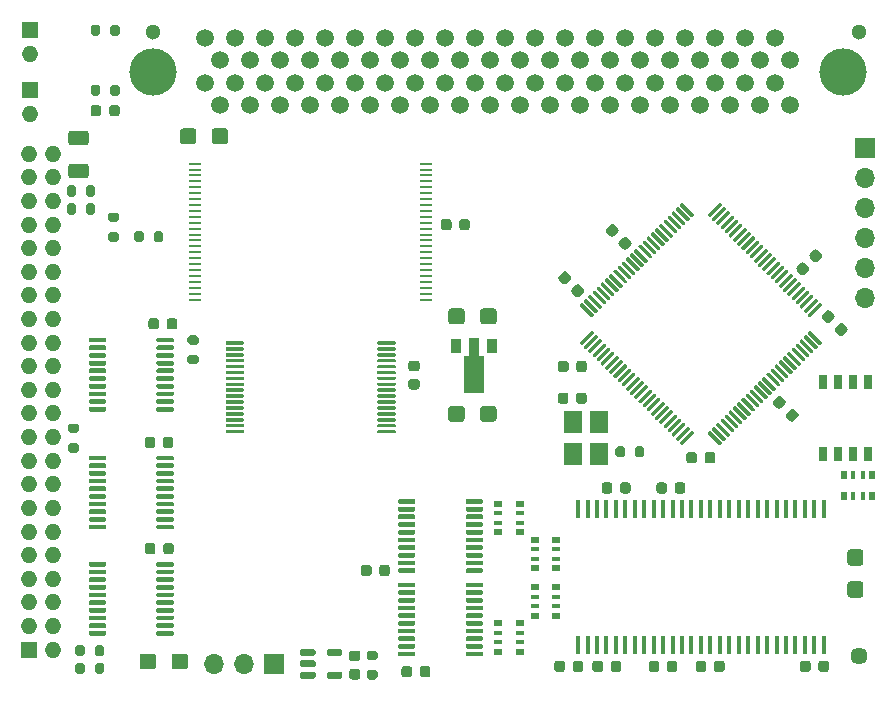
<source format=gts>
G04 #@! TF.GenerationSoftware,KiCad,Pcbnew,6.0.11+dfsg-1~bpo11+1*
G04 #@! TF.CreationDate,2023-04-30T07:38:19+00:00*
G04 #@! TF.ProjectId,CIDER,43494445-522e-46b6-9963-61645f706362,rev?*
G04 #@! TF.SameCoordinates,Original*
G04 #@! TF.FileFunction,Soldermask,Top*
G04 #@! TF.FilePolarity,Negative*
%FSLAX46Y46*%
G04 Gerber Fmt 4.6, Leading zero omitted, Abs format (unit mm)*
G04 Created by KiCad (PCBNEW 6.0.11+dfsg-1~bpo11+1) date 2023-04-30 07:38:19*
%MOMM*%
%LPD*%
G01*
G04 APERTURE LIST*
%ADD10R,0.900000X1.300000*%
%ADD11C,1.448000*%
%ADD12R,0.800000X0.500000*%
%ADD13R,0.800000X0.400000*%
%ADD14R,1.700000X1.700000*%
%ADD15O,1.700000X1.700000*%
%ADD16R,1.650000X1.950000*%
%ADD17R,0.760000X1.250000*%
%ADD18R,0.458000X1.510000*%
%ADD19R,0.500000X0.800000*%
%ADD20R,0.400000X0.800000*%
%ADD21R,1.100000X0.250000*%
%ADD22C,1.300000*%
%ADD23R,1.375400X1.375400*%
%ADD24O,1.375400X1.375400*%
%ADD25C,4.000000*%
%ADD26C,1.500000*%
G04 APERTURE END LIST*
G36*
G01*
X51894808Y19604392D02*
X51894808Y20154392D01*
G75*
G02*
X52094808Y20354392I200000J0D01*
G01*
X52494808Y20354392D01*
G75*
G02*
X52694808Y20154392I0J-200000D01*
G01*
X52694808Y19604392D01*
G75*
G02*
X52494808Y19404392I-200000J0D01*
G01*
X52094808Y19404392D01*
G75*
G02*
X51894808Y19604392I0J200000D01*
G01*
G37*
G36*
G01*
X53544808Y19604392D02*
X53544808Y20154392D01*
G75*
G02*
X53744808Y20354392I200000J0D01*
G01*
X54144808Y20354392D01*
G75*
G02*
X54344808Y20154392I0J-200000D01*
G01*
X54344808Y19604392D01*
G75*
G02*
X54144808Y19404392I-200000J0D01*
G01*
X53744808Y19404392D01*
G75*
G02*
X53544808Y19604392I0J200000D01*
G01*
G37*
G36*
G01*
X40684100Y2869100D02*
X40684100Y2669100D01*
G75*
G02*
X40584100Y2569100I-100000J0D01*
G01*
X39309100Y2569100D01*
G75*
G02*
X39209100Y2669100I0J100000D01*
G01*
X39209100Y2869100D01*
G75*
G02*
X39309100Y2969100I100000J0D01*
G01*
X40584100Y2969100D01*
G75*
G02*
X40684100Y2869100I0J-100000D01*
G01*
G37*
G36*
G01*
X40684100Y3519100D02*
X40684100Y3319100D01*
G75*
G02*
X40584100Y3219100I-100000J0D01*
G01*
X39309100Y3219100D01*
G75*
G02*
X39209100Y3319100I0J100000D01*
G01*
X39209100Y3519100D01*
G75*
G02*
X39309100Y3619100I100000J0D01*
G01*
X40584100Y3619100D01*
G75*
G02*
X40684100Y3519100I0J-100000D01*
G01*
G37*
G36*
G01*
X40684100Y4169100D02*
X40684100Y3969100D01*
G75*
G02*
X40584100Y3869100I-100000J0D01*
G01*
X39309100Y3869100D01*
G75*
G02*
X39209100Y3969100I0J100000D01*
G01*
X39209100Y4169100D01*
G75*
G02*
X39309100Y4269100I100000J0D01*
G01*
X40584100Y4269100D01*
G75*
G02*
X40684100Y4169100I0J-100000D01*
G01*
G37*
G36*
G01*
X40684100Y4819100D02*
X40684100Y4619100D01*
G75*
G02*
X40584100Y4519100I-100000J0D01*
G01*
X39309100Y4519100D01*
G75*
G02*
X39209100Y4619100I0J100000D01*
G01*
X39209100Y4819100D01*
G75*
G02*
X39309100Y4919100I100000J0D01*
G01*
X40584100Y4919100D01*
G75*
G02*
X40684100Y4819100I0J-100000D01*
G01*
G37*
G36*
G01*
X40684100Y5469100D02*
X40684100Y5269100D01*
G75*
G02*
X40584100Y5169100I-100000J0D01*
G01*
X39309100Y5169100D01*
G75*
G02*
X39209100Y5269100I0J100000D01*
G01*
X39209100Y5469100D01*
G75*
G02*
X39309100Y5569100I100000J0D01*
G01*
X40584100Y5569100D01*
G75*
G02*
X40684100Y5469100I0J-100000D01*
G01*
G37*
G36*
G01*
X40684100Y6119100D02*
X40684100Y5919100D01*
G75*
G02*
X40584100Y5819100I-100000J0D01*
G01*
X39309100Y5819100D01*
G75*
G02*
X39209100Y5919100I0J100000D01*
G01*
X39209100Y6119100D01*
G75*
G02*
X39309100Y6219100I100000J0D01*
G01*
X40584100Y6219100D01*
G75*
G02*
X40684100Y6119100I0J-100000D01*
G01*
G37*
G36*
G01*
X40684100Y6769100D02*
X40684100Y6569100D01*
G75*
G02*
X40584100Y6469100I-100000J0D01*
G01*
X39309100Y6469100D01*
G75*
G02*
X39209100Y6569100I0J100000D01*
G01*
X39209100Y6769100D01*
G75*
G02*
X39309100Y6869100I100000J0D01*
G01*
X40584100Y6869100D01*
G75*
G02*
X40684100Y6769100I0J-100000D01*
G01*
G37*
G36*
G01*
X40684100Y7419100D02*
X40684100Y7219100D01*
G75*
G02*
X40584100Y7119100I-100000J0D01*
G01*
X39309100Y7119100D01*
G75*
G02*
X39209100Y7219100I0J100000D01*
G01*
X39209100Y7419100D01*
G75*
G02*
X39309100Y7519100I100000J0D01*
G01*
X40584100Y7519100D01*
G75*
G02*
X40684100Y7419100I0J-100000D01*
G01*
G37*
G36*
G01*
X40684100Y8069100D02*
X40684100Y7869100D01*
G75*
G02*
X40584100Y7769100I-100000J0D01*
G01*
X39309100Y7769100D01*
G75*
G02*
X39209100Y7869100I0J100000D01*
G01*
X39209100Y8069100D01*
G75*
G02*
X39309100Y8169100I100000J0D01*
G01*
X40584100Y8169100D01*
G75*
G02*
X40684100Y8069100I0J-100000D01*
G01*
G37*
G36*
G01*
X40684100Y8719100D02*
X40684100Y8519100D01*
G75*
G02*
X40584100Y8419100I-100000J0D01*
G01*
X39309100Y8419100D01*
G75*
G02*
X39209100Y8519100I0J100000D01*
G01*
X39209100Y8719100D01*
G75*
G02*
X39309100Y8819100I100000J0D01*
G01*
X40584100Y8819100D01*
G75*
G02*
X40684100Y8719100I0J-100000D01*
G01*
G37*
G36*
G01*
X34959100Y8719100D02*
X34959100Y8519100D01*
G75*
G02*
X34859100Y8419100I-100000J0D01*
G01*
X33584100Y8419100D01*
G75*
G02*
X33484100Y8519100I0J100000D01*
G01*
X33484100Y8719100D01*
G75*
G02*
X33584100Y8819100I100000J0D01*
G01*
X34859100Y8819100D01*
G75*
G02*
X34959100Y8719100I0J-100000D01*
G01*
G37*
G36*
G01*
X34959100Y8069100D02*
X34959100Y7869100D01*
G75*
G02*
X34859100Y7769100I-100000J0D01*
G01*
X33584100Y7769100D01*
G75*
G02*
X33484100Y7869100I0J100000D01*
G01*
X33484100Y8069100D01*
G75*
G02*
X33584100Y8169100I100000J0D01*
G01*
X34859100Y8169100D01*
G75*
G02*
X34959100Y8069100I0J-100000D01*
G01*
G37*
G36*
G01*
X34959100Y7419100D02*
X34959100Y7219100D01*
G75*
G02*
X34859100Y7119100I-100000J0D01*
G01*
X33584100Y7119100D01*
G75*
G02*
X33484100Y7219100I0J100000D01*
G01*
X33484100Y7419100D01*
G75*
G02*
X33584100Y7519100I100000J0D01*
G01*
X34859100Y7519100D01*
G75*
G02*
X34959100Y7419100I0J-100000D01*
G01*
G37*
G36*
G01*
X34959100Y6769100D02*
X34959100Y6569100D01*
G75*
G02*
X34859100Y6469100I-100000J0D01*
G01*
X33584100Y6469100D01*
G75*
G02*
X33484100Y6569100I0J100000D01*
G01*
X33484100Y6769100D01*
G75*
G02*
X33584100Y6869100I100000J0D01*
G01*
X34859100Y6869100D01*
G75*
G02*
X34959100Y6769100I0J-100000D01*
G01*
G37*
G36*
G01*
X34959100Y6119100D02*
X34959100Y5919100D01*
G75*
G02*
X34859100Y5819100I-100000J0D01*
G01*
X33584100Y5819100D01*
G75*
G02*
X33484100Y5919100I0J100000D01*
G01*
X33484100Y6119100D01*
G75*
G02*
X33584100Y6219100I100000J0D01*
G01*
X34859100Y6219100D01*
G75*
G02*
X34959100Y6119100I0J-100000D01*
G01*
G37*
G36*
G01*
X34959100Y5469100D02*
X34959100Y5269100D01*
G75*
G02*
X34859100Y5169100I-100000J0D01*
G01*
X33584100Y5169100D01*
G75*
G02*
X33484100Y5269100I0J100000D01*
G01*
X33484100Y5469100D01*
G75*
G02*
X33584100Y5569100I100000J0D01*
G01*
X34859100Y5569100D01*
G75*
G02*
X34959100Y5469100I0J-100000D01*
G01*
G37*
G36*
G01*
X34959100Y4819100D02*
X34959100Y4619100D01*
G75*
G02*
X34859100Y4519100I-100000J0D01*
G01*
X33584100Y4519100D01*
G75*
G02*
X33484100Y4619100I0J100000D01*
G01*
X33484100Y4819100D01*
G75*
G02*
X33584100Y4919100I100000J0D01*
G01*
X34859100Y4919100D01*
G75*
G02*
X34959100Y4819100I0J-100000D01*
G01*
G37*
G36*
G01*
X34959100Y4169100D02*
X34959100Y3969100D01*
G75*
G02*
X34859100Y3869100I-100000J0D01*
G01*
X33584100Y3869100D01*
G75*
G02*
X33484100Y3969100I0J100000D01*
G01*
X33484100Y4169100D01*
G75*
G02*
X33584100Y4269100I100000J0D01*
G01*
X34859100Y4269100D01*
G75*
G02*
X34959100Y4169100I0J-100000D01*
G01*
G37*
G36*
G01*
X34959100Y3519100D02*
X34959100Y3319100D01*
G75*
G02*
X34859100Y3219100I-100000J0D01*
G01*
X33584100Y3219100D01*
G75*
G02*
X33484100Y3319100I0J100000D01*
G01*
X33484100Y3519100D01*
G75*
G02*
X33584100Y3619100I100000J0D01*
G01*
X34859100Y3619100D01*
G75*
G02*
X34959100Y3519100I0J-100000D01*
G01*
G37*
G36*
G01*
X34959100Y2869100D02*
X34959100Y2669100D01*
G75*
G02*
X34859100Y2569100I-100000J0D01*
G01*
X33584100Y2569100D01*
G75*
G02*
X33484100Y2669100I0J100000D01*
G01*
X33484100Y2869100D01*
G75*
G02*
X33584100Y2969100I100000J0D01*
G01*
X34859100Y2969100D01*
G75*
G02*
X34959100Y2869100I0J-100000D01*
G01*
G37*
G36*
G01*
X40684100Y9930300D02*
X40684100Y9730300D01*
G75*
G02*
X40584100Y9630300I-100000J0D01*
G01*
X39309100Y9630300D01*
G75*
G02*
X39209100Y9730300I0J100000D01*
G01*
X39209100Y9930300D01*
G75*
G02*
X39309100Y10030300I100000J0D01*
G01*
X40584100Y10030300D01*
G75*
G02*
X40684100Y9930300I0J-100000D01*
G01*
G37*
G36*
G01*
X40684100Y10580300D02*
X40684100Y10380300D01*
G75*
G02*
X40584100Y10280300I-100000J0D01*
G01*
X39309100Y10280300D01*
G75*
G02*
X39209100Y10380300I0J100000D01*
G01*
X39209100Y10580300D01*
G75*
G02*
X39309100Y10680300I100000J0D01*
G01*
X40584100Y10680300D01*
G75*
G02*
X40684100Y10580300I0J-100000D01*
G01*
G37*
G36*
G01*
X40684100Y11230300D02*
X40684100Y11030300D01*
G75*
G02*
X40584100Y10930300I-100000J0D01*
G01*
X39309100Y10930300D01*
G75*
G02*
X39209100Y11030300I0J100000D01*
G01*
X39209100Y11230300D01*
G75*
G02*
X39309100Y11330300I100000J0D01*
G01*
X40584100Y11330300D01*
G75*
G02*
X40684100Y11230300I0J-100000D01*
G01*
G37*
G36*
G01*
X40684100Y11880300D02*
X40684100Y11680300D01*
G75*
G02*
X40584100Y11580300I-100000J0D01*
G01*
X39309100Y11580300D01*
G75*
G02*
X39209100Y11680300I0J100000D01*
G01*
X39209100Y11880300D01*
G75*
G02*
X39309100Y11980300I100000J0D01*
G01*
X40584100Y11980300D01*
G75*
G02*
X40684100Y11880300I0J-100000D01*
G01*
G37*
G36*
G01*
X40684100Y12530300D02*
X40684100Y12330300D01*
G75*
G02*
X40584100Y12230300I-100000J0D01*
G01*
X39309100Y12230300D01*
G75*
G02*
X39209100Y12330300I0J100000D01*
G01*
X39209100Y12530300D01*
G75*
G02*
X39309100Y12630300I100000J0D01*
G01*
X40584100Y12630300D01*
G75*
G02*
X40684100Y12530300I0J-100000D01*
G01*
G37*
G36*
G01*
X40684100Y13180300D02*
X40684100Y12980300D01*
G75*
G02*
X40584100Y12880300I-100000J0D01*
G01*
X39309100Y12880300D01*
G75*
G02*
X39209100Y12980300I0J100000D01*
G01*
X39209100Y13180300D01*
G75*
G02*
X39309100Y13280300I100000J0D01*
G01*
X40584100Y13280300D01*
G75*
G02*
X40684100Y13180300I0J-100000D01*
G01*
G37*
G36*
G01*
X40684100Y13830300D02*
X40684100Y13630300D01*
G75*
G02*
X40584100Y13530300I-100000J0D01*
G01*
X39309100Y13530300D01*
G75*
G02*
X39209100Y13630300I0J100000D01*
G01*
X39209100Y13830300D01*
G75*
G02*
X39309100Y13930300I100000J0D01*
G01*
X40584100Y13930300D01*
G75*
G02*
X40684100Y13830300I0J-100000D01*
G01*
G37*
G36*
G01*
X40684100Y14480300D02*
X40684100Y14280300D01*
G75*
G02*
X40584100Y14180300I-100000J0D01*
G01*
X39309100Y14180300D01*
G75*
G02*
X39209100Y14280300I0J100000D01*
G01*
X39209100Y14480300D01*
G75*
G02*
X39309100Y14580300I100000J0D01*
G01*
X40584100Y14580300D01*
G75*
G02*
X40684100Y14480300I0J-100000D01*
G01*
G37*
G36*
G01*
X40684100Y15130300D02*
X40684100Y14930300D01*
G75*
G02*
X40584100Y14830300I-100000J0D01*
G01*
X39309100Y14830300D01*
G75*
G02*
X39209100Y14930300I0J100000D01*
G01*
X39209100Y15130300D01*
G75*
G02*
X39309100Y15230300I100000J0D01*
G01*
X40584100Y15230300D01*
G75*
G02*
X40684100Y15130300I0J-100000D01*
G01*
G37*
G36*
G01*
X40684100Y15780300D02*
X40684100Y15580300D01*
G75*
G02*
X40584100Y15480300I-100000J0D01*
G01*
X39309100Y15480300D01*
G75*
G02*
X39209100Y15580300I0J100000D01*
G01*
X39209100Y15780300D01*
G75*
G02*
X39309100Y15880300I100000J0D01*
G01*
X40584100Y15880300D01*
G75*
G02*
X40684100Y15780300I0J-100000D01*
G01*
G37*
G36*
G01*
X34959100Y15780300D02*
X34959100Y15580300D01*
G75*
G02*
X34859100Y15480300I-100000J0D01*
G01*
X33584100Y15480300D01*
G75*
G02*
X33484100Y15580300I0J100000D01*
G01*
X33484100Y15780300D01*
G75*
G02*
X33584100Y15880300I100000J0D01*
G01*
X34859100Y15880300D01*
G75*
G02*
X34959100Y15780300I0J-100000D01*
G01*
G37*
G36*
G01*
X34959100Y15130300D02*
X34959100Y14930300D01*
G75*
G02*
X34859100Y14830300I-100000J0D01*
G01*
X33584100Y14830300D01*
G75*
G02*
X33484100Y14930300I0J100000D01*
G01*
X33484100Y15130300D01*
G75*
G02*
X33584100Y15230300I100000J0D01*
G01*
X34859100Y15230300D01*
G75*
G02*
X34959100Y15130300I0J-100000D01*
G01*
G37*
G36*
G01*
X34959100Y14480300D02*
X34959100Y14280300D01*
G75*
G02*
X34859100Y14180300I-100000J0D01*
G01*
X33584100Y14180300D01*
G75*
G02*
X33484100Y14280300I0J100000D01*
G01*
X33484100Y14480300D01*
G75*
G02*
X33584100Y14580300I100000J0D01*
G01*
X34859100Y14580300D01*
G75*
G02*
X34959100Y14480300I0J-100000D01*
G01*
G37*
G36*
G01*
X34959100Y13830300D02*
X34959100Y13630300D01*
G75*
G02*
X34859100Y13530300I-100000J0D01*
G01*
X33584100Y13530300D01*
G75*
G02*
X33484100Y13630300I0J100000D01*
G01*
X33484100Y13830300D01*
G75*
G02*
X33584100Y13930300I100000J0D01*
G01*
X34859100Y13930300D01*
G75*
G02*
X34959100Y13830300I0J-100000D01*
G01*
G37*
G36*
G01*
X34959100Y13180300D02*
X34959100Y12980300D01*
G75*
G02*
X34859100Y12880300I-100000J0D01*
G01*
X33584100Y12880300D01*
G75*
G02*
X33484100Y12980300I0J100000D01*
G01*
X33484100Y13180300D01*
G75*
G02*
X33584100Y13280300I100000J0D01*
G01*
X34859100Y13280300D01*
G75*
G02*
X34959100Y13180300I0J-100000D01*
G01*
G37*
G36*
G01*
X34959100Y12530300D02*
X34959100Y12330300D01*
G75*
G02*
X34859100Y12230300I-100000J0D01*
G01*
X33584100Y12230300D01*
G75*
G02*
X33484100Y12330300I0J100000D01*
G01*
X33484100Y12530300D01*
G75*
G02*
X33584100Y12630300I100000J0D01*
G01*
X34859100Y12630300D01*
G75*
G02*
X34959100Y12530300I0J-100000D01*
G01*
G37*
G36*
G01*
X34959100Y11880300D02*
X34959100Y11680300D01*
G75*
G02*
X34859100Y11580300I-100000J0D01*
G01*
X33584100Y11580300D01*
G75*
G02*
X33484100Y11680300I0J100000D01*
G01*
X33484100Y11880300D01*
G75*
G02*
X33584100Y11980300I100000J0D01*
G01*
X34859100Y11980300D01*
G75*
G02*
X34959100Y11880300I0J-100000D01*
G01*
G37*
G36*
G01*
X34959100Y11230300D02*
X34959100Y11030300D01*
G75*
G02*
X34859100Y10930300I-100000J0D01*
G01*
X33584100Y10930300D01*
G75*
G02*
X33484100Y11030300I0J100000D01*
G01*
X33484100Y11230300D01*
G75*
G02*
X33584100Y11330300I100000J0D01*
G01*
X34859100Y11330300D01*
G75*
G02*
X34959100Y11230300I0J-100000D01*
G01*
G37*
G36*
G01*
X34959100Y10580300D02*
X34959100Y10380300D01*
G75*
G02*
X34859100Y10280300I-100000J0D01*
G01*
X33584100Y10280300D01*
G75*
G02*
X33484100Y10380300I0J100000D01*
G01*
X33484100Y10580300D01*
G75*
G02*
X33584100Y10680300I100000J0D01*
G01*
X34859100Y10680300D01*
G75*
G02*
X34959100Y10580300I0J-100000D01*
G01*
G37*
G36*
G01*
X34959100Y9930300D02*
X34959100Y9730300D01*
G75*
G02*
X34859100Y9630300I-100000J0D01*
G01*
X33584100Y9630300D01*
G75*
G02*
X33484100Y9730300I0J100000D01*
G01*
X33484100Y9930300D01*
G75*
G02*
X33584100Y10030300I100000J0D01*
G01*
X34859100Y10030300D01*
G75*
G02*
X34959100Y9930300I0J-100000D01*
G01*
G37*
G36*
G01*
X37730908Y30928300D02*
X37730908Y31778300D01*
G75*
G02*
X37980908Y32028300I250000J0D01*
G01*
X38880908Y32028300D01*
G75*
G02*
X39130908Y31778300I0J-250000D01*
G01*
X39130908Y30928300D01*
G75*
G02*
X38880908Y30678300I-250000J0D01*
G01*
X37980908Y30678300D01*
G75*
G02*
X37730908Y30928300I0J250000D01*
G01*
G37*
G36*
G01*
X40430908Y30928300D02*
X40430908Y31778300D01*
G75*
G02*
X40680908Y32028300I250000J0D01*
G01*
X41580908Y32028300D01*
G75*
G02*
X41830908Y31778300I0J-250000D01*
G01*
X41830908Y30928300D01*
G75*
G02*
X41580908Y30678300I-250000J0D01*
G01*
X40680908Y30678300D01*
G75*
G02*
X40430908Y30928300I0J250000D01*
G01*
G37*
G36*
G01*
X49191283Y33377771D02*
X48837729Y33024217D01*
G75*
G02*
X48519531Y33024217I-159099J159099D01*
G01*
X48201333Y33342415D01*
G75*
G02*
X48201333Y33660613I159099J159099D01*
G01*
X48554887Y34014167D01*
G75*
G02*
X48873085Y34014167I159099J-159099D01*
G01*
X49191283Y33695969D01*
G75*
G02*
X49191283Y33377771I-159099J-159099D01*
G01*
G37*
G36*
G01*
X48095267Y34473787D02*
X47741713Y34120233D01*
G75*
G02*
X47423515Y34120233I-159099J159099D01*
G01*
X47105317Y34438431D01*
G75*
G02*
X47105317Y34756629I159099J159099D01*
G01*
X47458871Y35110183D01*
G75*
G02*
X47777069Y35110183I159099J-159099D01*
G01*
X48095267Y34791985D01*
G75*
G02*
X48095267Y34473787I-159099J-159099D01*
G01*
G37*
G36*
G01*
X9123000Y40137800D02*
X9673000Y40137800D01*
G75*
G02*
X9873000Y39937800I0J-200000D01*
G01*
X9873000Y39537800D01*
G75*
G02*
X9673000Y39337800I-200000J0D01*
G01*
X9123000Y39337800D01*
G75*
G02*
X8923000Y39537800I0J200000D01*
G01*
X8923000Y39937800D01*
G75*
G02*
X9123000Y40137800I200000J0D01*
G01*
G37*
G36*
G01*
X9123000Y38487800D02*
X9673000Y38487800D01*
G75*
G02*
X9873000Y38287800I0J-200000D01*
G01*
X9873000Y37887800D01*
G75*
G02*
X9673000Y37687800I-200000J0D01*
G01*
X9123000Y37687800D01*
G75*
G02*
X8923000Y37887800I0J200000D01*
G01*
X8923000Y38287800D01*
G75*
G02*
X9123000Y38487800I200000J0D01*
G01*
G37*
G36*
G01*
X14499100Y11939800D02*
X14499100Y11439800D01*
G75*
G02*
X14274100Y11214800I-225000J0D01*
G01*
X13824100Y11214800D01*
G75*
G02*
X13599100Y11439800I0J225000D01*
G01*
X13599100Y11939800D01*
G75*
G02*
X13824100Y12164800I225000J0D01*
G01*
X14274100Y12164800D01*
G75*
G02*
X14499100Y11939800I0J-225000D01*
G01*
G37*
G36*
G01*
X12949100Y11939800D02*
X12949100Y11439800D01*
G75*
G02*
X12724100Y11214800I-225000J0D01*
G01*
X12274100Y11214800D01*
G75*
G02*
X12049100Y11439800I0J225000D01*
G01*
X12049100Y11939800D01*
G75*
G02*
X12274100Y12164800I225000J0D01*
G01*
X12724100Y12164800D01*
G75*
G02*
X12949100Y11939800I0J-225000D01*
G01*
G37*
G36*
G01*
X57816200Y17064800D02*
X57816200Y16564800D01*
G75*
G02*
X57591200Y16339800I-225000J0D01*
G01*
X57141200Y16339800D01*
G75*
G02*
X56916200Y16564800I0J225000D01*
G01*
X56916200Y17064800D01*
G75*
G02*
X57141200Y17289800I225000J0D01*
G01*
X57591200Y17289800D01*
G75*
G02*
X57816200Y17064800I0J-225000D01*
G01*
G37*
G36*
G01*
X56266200Y17064800D02*
X56266200Y16564800D01*
G75*
G02*
X56041200Y16339800I-225000J0D01*
G01*
X55591200Y16339800D01*
G75*
G02*
X55366200Y16564800I0J225000D01*
G01*
X55366200Y17064800D01*
G75*
G02*
X55591200Y17289800I225000J0D01*
G01*
X56041200Y17289800D01*
G75*
G02*
X56266200Y17064800I0J-225000D01*
G01*
G37*
G36*
G01*
X72639000Y7534300D02*
X71789000Y7534300D01*
G75*
G02*
X71539000Y7784300I0J250000D01*
G01*
X71539000Y8684300D01*
G75*
G02*
X71789000Y8934300I250000J0D01*
G01*
X72639000Y8934300D01*
G75*
G02*
X72889000Y8684300I0J-250000D01*
G01*
X72889000Y7784300D01*
G75*
G02*
X72639000Y7534300I-250000J0D01*
G01*
G37*
G36*
G01*
X72639000Y10234300D02*
X71789000Y10234300D01*
G75*
G02*
X71539000Y10484300I0J250000D01*
G01*
X71539000Y11384300D01*
G75*
G02*
X71789000Y11634300I250000J0D01*
G01*
X72639000Y11634300D01*
G75*
G02*
X72889000Y11384300I0J-250000D01*
G01*
X72889000Y10484300D01*
G75*
G02*
X72639000Y10234300I-250000J0D01*
G01*
G37*
G36*
G01*
X11612300Y1706600D02*
X11612300Y2556600D01*
G75*
G02*
X11862300Y2806600I250000J0D01*
G01*
X12762300Y2806600D01*
G75*
G02*
X13012300Y2556600I0J-250000D01*
G01*
X13012300Y1706600D01*
G75*
G02*
X12762300Y1456600I-250000J0D01*
G01*
X11862300Y1456600D01*
G75*
G02*
X11612300Y1706600I0J250000D01*
G01*
G37*
G36*
G01*
X14312300Y1706600D02*
X14312300Y2556600D01*
G75*
G02*
X14562300Y2806600I250000J0D01*
G01*
X15462300Y2806600D01*
G75*
G02*
X15712300Y2556600I0J-250000D01*
G01*
X15712300Y1706600D01*
G75*
G02*
X15462300Y1456600I-250000J0D01*
G01*
X14562300Y1456600D01*
G75*
G02*
X14312300Y1706600I0J250000D01*
G01*
G37*
G36*
G01*
X54695700Y1466400D02*
X54695700Y1966400D01*
G75*
G02*
X54920700Y2191400I225000J0D01*
G01*
X55370700Y2191400D01*
G75*
G02*
X55595700Y1966400I0J-225000D01*
G01*
X55595700Y1466400D01*
G75*
G02*
X55370700Y1241400I-225000J0D01*
G01*
X54920700Y1241400D01*
G75*
G02*
X54695700Y1466400I0J225000D01*
G01*
G37*
G36*
G01*
X56245700Y1466400D02*
X56245700Y1966400D01*
G75*
G02*
X56470700Y2191400I225000J0D01*
G01*
X56920700Y2191400D01*
G75*
G02*
X57145700Y1966400I0J-225000D01*
G01*
X57145700Y1466400D01*
G75*
G02*
X56920700Y1241400I-225000J0D01*
G01*
X56470700Y1241400D01*
G75*
G02*
X56245700Y1466400I0J225000D01*
G01*
G37*
G36*
G01*
X41830908Y23523300D02*
X41830908Y22673300D01*
G75*
G02*
X41580908Y22423300I-250000J0D01*
G01*
X40680908Y22423300D01*
G75*
G02*
X40430908Y22673300I0J250000D01*
G01*
X40430908Y23523300D01*
G75*
G02*
X40680908Y23773300I250000J0D01*
G01*
X41580908Y23773300D01*
G75*
G02*
X41830908Y23523300I0J-250000D01*
G01*
G37*
G36*
G01*
X39130908Y23523300D02*
X39130908Y22673300D01*
G75*
G02*
X38880908Y22423300I-250000J0D01*
G01*
X37980908Y22423300D01*
G75*
G02*
X37730908Y22673300I0J250000D01*
G01*
X37730908Y23523300D01*
G75*
G02*
X37980908Y23773300I250000J0D01*
G01*
X38880908Y23773300D01*
G75*
G02*
X39130908Y23523300I0J-250000D01*
G01*
G37*
D10*
X41433308Y28844592D03*
G36*
X39066808Y24894592D02*
G01*
X39066808Y28019592D01*
X39483308Y28019592D01*
X39483308Y29494592D01*
X40383308Y29494592D01*
X40383308Y28019592D01*
X40799808Y28019592D01*
X40799808Y24894592D01*
X39066808Y24894592D01*
G37*
X38433308Y28844592D03*
G36*
G01*
X14796400Y30966400D02*
X14796400Y30466400D01*
G75*
G02*
X14571400Y30241400I-225000J0D01*
G01*
X14121400Y30241400D01*
G75*
G02*
X13896400Y30466400I0J225000D01*
G01*
X13896400Y30966400D01*
G75*
G02*
X14121400Y31191400I225000J0D01*
G01*
X14571400Y31191400D01*
G75*
G02*
X14796400Y30966400I0J-225000D01*
G01*
G37*
G36*
G01*
X13246400Y30966400D02*
X13246400Y30466400D01*
G75*
G02*
X13021400Y30241400I-225000J0D01*
G01*
X12571400Y30241400D01*
G75*
G02*
X12346400Y30466400I0J225000D01*
G01*
X12346400Y30966400D01*
G75*
G02*
X12571400Y31191400I225000J0D01*
G01*
X13021400Y31191400D01*
G75*
G02*
X13246400Y30966400I0J-225000D01*
G01*
G37*
G36*
G01*
X6287200Y19815900D02*
X5737200Y19815900D01*
G75*
G02*
X5537200Y20015900I0J200000D01*
G01*
X5537200Y20415900D01*
G75*
G02*
X5737200Y20615900I200000J0D01*
G01*
X6287200Y20615900D01*
G75*
G02*
X6487200Y20415900I0J-200000D01*
G01*
X6487200Y20015900D01*
G75*
G02*
X6287200Y19815900I-200000J0D01*
G01*
G37*
G36*
G01*
X6287200Y21465900D02*
X5737200Y21465900D01*
G75*
G02*
X5537200Y21665900I0J200000D01*
G01*
X5537200Y22065900D01*
G75*
G02*
X5737200Y22265900I200000J0D01*
G01*
X6287200Y22265900D01*
G75*
G02*
X6487200Y22065900I0J-200000D01*
G01*
X6487200Y21665900D01*
G75*
G02*
X6287200Y21465900I-200000J0D01*
G01*
G37*
D11*
X72555400Y2565000D03*
G36*
G01*
X35088700Y25146000D02*
X34588700Y25146000D01*
G75*
G02*
X34363700Y25371000I0J225000D01*
G01*
X34363700Y25821000D01*
G75*
G02*
X34588700Y26046000I225000J0D01*
G01*
X35088700Y26046000D01*
G75*
G02*
X35313700Y25821000I0J-225000D01*
G01*
X35313700Y25371000D01*
G75*
G02*
X35088700Y25146000I-225000J0D01*
G01*
G37*
G36*
G01*
X35088700Y26696000D02*
X34588700Y26696000D01*
G75*
G02*
X34363700Y26921000I0J225000D01*
G01*
X34363700Y27371000D01*
G75*
G02*
X34588700Y27596000I225000J0D01*
G01*
X35088700Y27596000D01*
G75*
G02*
X35313700Y27371000I0J-225000D01*
G01*
X35313700Y26921000D01*
G75*
G02*
X35088700Y26696000I-225000J0D01*
G01*
G37*
G36*
G01*
X14473700Y20931400D02*
X14473700Y20431400D01*
G75*
G02*
X14248700Y20206400I-225000J0D01*
G01*
X13798700Y20206400D01*
G75*
G02*
X13573700Y20431400I0J225000D01*
G01*
X13573700Y20931400D01*
G75*
G02*
X13798700Y21156400I225000J0D01*
G01*
X14248700Y21156400D01*
G75*
G02*
X14473700Y20931400I0J-225000D01*
G01*
G37*
G36*
G01*
X12923700Y20931400D02*
X12923700Y20431400D01*
G75*
G02*
X12698700Y20206400I-225000J0D01*
G01*
X12248700Y20206400D01*
G75*
G02*
X12023700Y20431400I0J225000D01*
G01*
X12023700Y20931400D01*
G75*
G02*
X12248700Y21156400I225000J0D01*
G01*
X12698700Y21156400D01*
G75*
G02*
X12923700Y20931400I0J-225000D01*
G01*
G37*
D12*
X45101200Y12436500D03*
D13*
X45101200Y11636500D03*
X45101200Y10836500D03*
D12*
X45101200Y10036500D03*
X46901200Y10036500D03*
D13*
X46901200Y10836500D03*
X46901200Y11636500D03*
D12*
X46901200Y12436500D03*
G36*
G01*
X5422200Y40171500D02*
X5422200Y40721500D01*
G75*
G02*
X5622200Y40921500I200000J0D01*
G01*
X6022200Y40921500D01*
G75*
G02*
X6222200Y40721500I0J-200000D01*
G01*
X6222200Y40171500D01*
G75*
G02*
X6022200Y39971500I-200000J0D01*
G01*
X5622200Y39971500D01*
G75*
G02*
X5422200Y40171500I0J200000D01*
G01*
G37*
G36*
G01*
X7072200Y40171500D02*
X7072200Y40721500D01*
G75*
G02*
X7272200Y40921500I200000J0D01*
G01*
X7672200Y40921500D01*
G75*
G02*
X7872200Y40721500I0J-200000D01*
G01*
X7872200Y40171500D01*
G75*
G02*
X7672200Y39971500I-200000J0D01*
G01*
X7272200Y39971500D01*
G75*
G02*
X7072200Y40171500I0J200000D01*
G01*
G37*
D14*
X23012400Y1905000D03*
D15*
X20472400Y1905000D03*
X17932400Y1905000D03*
G36*
G01*
X6168200Y1272400D02*
X6168200Y1822400D01*
G75*
G02*
X6368200Y2022400I200000J0D01*
G01*
X6768200Y2022400D01*
G75*
G02*
X6968200Y1822400I0J-200000D01*
G01*
X6968200Y1272400D01*
G75*
G02*
X6768200Y1072400I-200000J0D01*
G01*
X6368200Y1072400D01*
G75*
G02*
X6168200Y1272400I0J200000D01*
G01*
G37*
G36*
G01*
X7818200Y1272400D02*
X7818200Y1822400D01*
G75*
G02*
X8018200Y2022400I200000J0D01*
G01*
X8418200Y2022400D01*
G75*
G02*
X8618200Y1822400I0J-200000D01*
G01*
X8618200Y1272400D01*
G75*
G02*
X8418200Y1072400I-200000J0D01*
G01*
X8018200Y1072400D01*
G75*
G02*
X7818200Y1272400I0J200000D01*
G01*
G37*
D12*
X41977000Y5373000D03*
D13*
X41977000Y4573000D03*
X41977000Y3773000D03*
D12*
X41977000Y2973000D03*
X43777000Y2973000D03*
D13*
X43777000Y3773000D03*
X43777000Y4573000D03*
D12*
X43777000Y5373000D03*
G36*
G01*
X29569600Y3053800D02*
X30069600Y3053800D01*
G75*
G02*
X30294600Y2828800I0J-225000D01*
G01*
X30294600Y2378800D01*
G75*
G02*
X30069600Y2153800I-225000J0D01*
G01*
X29569600Y2153800D01*
G75*
G02*
X29344600Y2378800I0J225000D01*
G01*
X29344600Y2828800D01*
G75*
G02*
X29569600Y3053800I225000J0D01*
G01*
G37*
G36*
G01*
X29569600Y1503800D02*
X30069600Y1503800D01*
G75*
G02*
X30294600Y1278800I0J-225000D01*
G01*
X30294600Y828800D01*
G75*
G02*
X30069600Y603800I-225000J0D01*
G01*
X29569600Y603800D01*
G75*
G02*
X29344600Y828800I0J225000D01*
G01*
X29344600Y1278800D01*
G75*
G02*
X29569600Y1503800I225000J0D01*
G01*
G37*
G36*
G01*
X65266317Y24215629D02*
X65619871Y24569183D01*
G75*
G02*
X65938069Y24569183I159099J-159099D01*
G01*
X66256267Y24250985D01*
G75*
G02*
X66256267Y23932787I-159099J-159099D01*
G01*
X65902713Y23579233D01*
G75*
G02*
X65584515Y23579233I-159099J159099D01*
G01*
X65266317Y23897431D01*
G75*
G02*
X65266317Y24215629I159099J159099D01*
G01*
G37*
G36*
G01*
X66362333Y23119613D02*
X66715887Y23473167D01*
G75*
G02*
X67034085Y23473167I159099J-159099D01*
G01*
X67352283Y23154969D01*
G75*
G02*
X67352283Y22836771I-159099J-159099D01*
G01*
X66998729Y22483217D01*
G75*
G02*
X66680531Y22483217I-159099J159099D01*
G01*
X66362333Y22801415D01*
G75*
G02*
X66362333Y23119613I159099J159099D01*
G01*
G37*
G36*
G01*
X6168200Y2771000D02*
X6168200Y3321000D01*
G75*
G02*
X6368200Y3521000I200000J0D01*
G01*
X6768200Y3521000D01*
G75*
G02*
X6968200Y3321000I0J-200000D01*
G01*
X6968200Y2771000D01*
G75*
G02*
X6768200Y2571000I-200000J0D01*
G01*
X6368200Y2571000D01*
G75*
G02*
X6168200Y2771000I0J200000D01*
G01*
G37*
G36*
G01*
X7818200Y2771000D02*
X7818200Y3321000D01*
G75*
G02*
X8018200Y3521000I200000J0D01*
G01*
X8418200Y3521000D01*
G75*
G02*
X8618200Y3321000I0J-200000D01*
G01*
X8618200Y2771000D01*
G75*
G02*
X8418200Y2571000I-200000J0D01*
G01*
X8018200Y2571000D01*
G75*
G02*
X7818200Y2771000I0J200000D01*
G01*
G37*
G36*
G01*
X19111200Y47018300D02*
X19111200Y46168300D01*
G75*
G02*
X18861200Y45918300I-250000J0D01*
G01*
X17961200Y45918300D01*
G75*
G02*
X17711200Y46168300I0J250000D01*
G01*
X17711200Y47018300D01*
G75*
G02*
X17961200Y47268300I250000J0D01*
G01*
X18861200Y47268300D01*
G75*
G02*
X19111200Y47018300I0J-250000D01*
G01*
G37*
G36*
G01*
X16411200Y47018300D02*
X16411200Y46168300D01*
G75*
G02*
X16161200Y45918300I-250000J0D01*
G01*
X15261200Y45918300D01*
G75*
G02*
X15011200Y46168300I0J250000D01*
G01*
X15011200Y47018300D01*
G75*
G02*
X15261200Y47268300I250000J0D01*
G01*
X16161200Y47268300D01*
G75*
G02*
X16411200Y47018300I0J-250000D01*
G01*
G37*
D16*
X48260608Y22415900D03*
X48260608Y19665900D03*
X50460608Y19665900D03*
X50460608Y22415900D03*
G36*
G01*
X7461800Y48511750D02*
X7461800Y49024250D01*
G75*
G02*
X7680550Y49243000I218750J0D01*
G01*
X8118050Y49243000D01*
G75*
G02*
X8336800Y49024250I0J-218750D01*
G01*
X8336800Y48511750D01*
G75*
G02*
X8118050Y48293000I-218750J0D01*
G01*
X7680550Y48293000D01*
G75*
G02*
X7461800Y48511750I0J218750D01*
G01*
G37*
G36*
G01*
X9036800Y48511750D02*
X9036800Y49024250D01*
G75*
G02*
X9255550Y49243000I218750J0D01*
G01*
X9693050Y49243000D01*
G75*
G02*
X9911800Y49024250I0J-218750D01*
G01*
X9911800Y48511750D01*
G75*
G02*
X9693050Y48293000I-218750J0D01*
G01*
X9255550Y48293000D01*
G75*
G02*
X9036800Y48511750I0J218750D01*
G01*
G37*
G36*
G01*
X25174800Y2730400D02*
X25174800Y3030400D01*
G75*
G02*
X25324800Y3180400I150000J0D01*
G01*
X26349800Y3180400D01*
G75*
G02*
X26499800Y3030400I0J-150000D01*
G01*
X26499800Y2730400D01*
G75*
G02*
X26349800Y2580400I-150000J0D01*
G01*
X25324800Y2580400D01*
G75*
G02*
X25174800Y2730400I0J150000D01*
G01*
G37*
G36*
G01*
X25174800Y1780400D02*
X25174800Y2080400D01*
G75*
G02*
X25324800Y2230400I150000J0D01*
G01*
X26349800Y2230400D01*
G75*
G02*
X26499800Y2080400I0J-150000D01*
G01*
X26499800Y1780400D01*
G75*
G02*
X26349800Y1630400I-150000J0D01*
G01*
X25324800Y1630400D01*
G75*
G02*
X25174800Y1780400I0J150000D01*
G01*
G37*
G36*
G01*
X25174800Y830400D02*
X25174800Y1130400D01*
G75*
G02*
X25324800Y1280400I150000J0D01*
G01*
X26349800Y1280400D01*
G75*
G02*
X26499800Y1130400I0J-150000D01*
G01*
X26499800Y830400D01*
G75*
G02*
X26349800Y680400I-150000J0D01*
G01*
X25324800Y680400D01*
G75*
G02*
X25174800Y830400I0J150000D01*
G01*
G37*
G36*
G01*
X27449800Y830400D02*
X27449800Y1130400D01*
G75*
G02*
X27599800Y1280400I150000J0D01*
G01*
X28624800Y1280400D01*
G75*
G02*
X28774800Y1130400I0J-150000D01*
G01*
X28774800Y830400D01*
G75*
G02*
X28624800Y680400I-150000J0D01*
G01*
X27599800Y680400D01*
G75*
G02*
X27449800Y830400I0J150000D01*
G01*
G37*
G36*
G01*
X27449800Y2730400D02*
X27449800Y3030400D01*
G75*
G02*
X27599800Y3180400I150000J0D01*
G01*
X28624800Y3180400D01*
G75*
G02*
X28774800Y3030400I0J-150000D01*
G01*
X28774800Y2730400D01*
G75*
G02*
X28624800Y2580400I-150000J0D01*
G01*
X27599800Y2580400D01*
G75*
G02*
X27449800Y2730400I0J150000D01*
G01*
G37*
D17*
X69469000Y19683400D03*
X70739000Y19683400D03*
X72009000Y19683400D03*
X73279000Y19683400D03*
X73279000Y25833400D03*
X72009000Y25833400D03*
X70739000Y25833400D03*
X69469000Y25833400D03*
D12*
X45101200Y8421000D03*
D13*
X45101200Y7621000D03*
X45101200Y6821000D03*
D12*
X45101200Y6021000D03*
X46901200Y6021000D03*
D13*
X46901200Y6821000D03*
X46901200Y7621000D03*
D12*
X46901200Y8421000D03*
G36*
G01*
X49474900Y27357600D02*
X49474900Y26857600D01*
G75*
G02*
X49249900Y26632600I-225000J0D01*
G01*
X48799900Y26632600D01*
G75*
G02*
X48574900Y26857600I0J225000D01*
G01*
X48574900Y27357600D01*
G75*
G02*
X48799900Y27582600I225000J0D01*
G01*
X49249900Y27582600D01*
G75*
G02*
X49474900Y27357600I0J-225000D01*
G01*
G37*
G36*
G01*
X47924900Y27357600D02*
X47924900Y26857600D01*
G75*
G02*
X47699900Y26632600I-225000J0D01*
G01*
X47249900Y26632600D01*
G75*
G02*
X47024900Y26857600I0J225000D01*
G01*
X47024900Y27357600D01*
G75*
G02*
X47249900Y27582600I225000J0D01*
G01*
X47699900Y27582600D01*
G75*
G02*
X47924900Y27357600I0J-225000D01*
G01*
G37*
G36*
G01*
X49170100Y1966400D02*
X49170100Y1466400D01*
G75*
G02*
X48945100Y1241400I-225000J0D01*
G01*
X48495100Y1241400D01*
G75*
G02*
X48270100Y1466400I0J225000D01*
G01*
X48270100Y1966400D01*
G75*
G02*
X48495100Y2191400I225000J0D01*
G01*
X48945100Y2191400D01*
G75*
G02*
X49170100Y1966400I0J-225000D01*
G01*
G37*
G36*
G01*
X47620100Y1966400D02*
X47620100Y1466400D01*
G75*
G02*
X47395100Y1241400I-225000J0D01*
G01*
X46945100Y1241400D01*
G75*
G02*
X46720100Y1466400I0J225000D01*
G01*
X46720100Y1966400D01*
G75*
G02*
X46945100Y2191400I225000J0D01*
G01*
X47395100Y2191400D01*
G75*
G02*
X47620100Y1966400I0J-225000D01*
G01*
G37*
G36*
G01*
X53204483Y37390971D02*
X52850929Y37037417D01*
G75*
G02*
X52532731Y37037417I-159099J159099D01*
G01*
X52214533Y37355615D01*
G75*
G02*
X52214533Y37673813I159099J159099D01*
G01*
X52568087Y38027367D01*
G75*
G02*
X52886285Y38027367I159099J-159099D01*
G01*
X53204483Y37709169D01*
G75*
G02*
X53204483Y37390971I-159099J-159099D01*
G01*
G37*
G36*
G01*
X52108467Y38486987D02*
X51754913Y38133433D01*
G75*
G02*
X51436715Y38133433I-159099J159099D01*
G01*
X51118517Y38451631D01*
G75*
G02*
X51118517Y38769829I159099J159099D01*
G01*
X51472071Y39123383D01*
G75*
G02*
X51790269Y39123383I159099J-159099D01*
G01*
X52108467Y38805185D01*
G75*
G02*
X52108467Y38486987I-159099J-159099D01*
G01*
G37*
G36*
G01*
X7302500Y29241671D02*
X7302500Y29441671D01*
G75*
G02*
X7402500Y29541671I100000J0D01*
G01*
X8677500Y29541671D01*
G75*
G02*
X8777500Y29441671I0J-100000D01*
G01*
X8777500Y29241671D01*
G75*
G02*
X8677500Y29141671I-100000J0D01*
G01*
X7402500Y29141671D01*
G75*
G02*
X7302500Y29241671I0J100000D01*
G01*
G37*
G36*
G01*
X7302500Y28591671D02*
X7302500Y28791671D01*
G75*
G02*
X7402500Y28891671I100000J0D01*
G01*
X8677500Y28891671D01*
G75*
G02*
X8777500Y28791671I0J-100000D01*
G01*
X8777500Y28591671D01*
G75*
G02*
X8677500Y28491671I-100000J0D01*
G01*
X7402500Y28491671D01*
G75*
G02*
X7302500Y28591671I0J100000D01*
G01*
G37*
G36*
G01*
X7302500Y27941671D02*
X7302500Y28141671D01*
G75*
G02*
X7402500Y28241671I100000J0D01*
G01*
X8677500Y28241671D01*
G75*
G02*
X8777500Y28141671I0J-100000D01*
G01*
X8777500Y27941671D01*
G75*
G02*
X8677500Y27841671I-100000J0D01*
G01*
X7402500Y27841671D01*
G75*
G02*
X7302500Y27941671I0J100000D01*
G01*
G37*
G36*
G01*
X7302500Y27291671D02*
X7302500Y27491671D01*
G75*
G02*
X7402500Y27591671I100000J0D01*
G01*
X8677500Y27591671D01*
G75*
G02*
X8777500Y27491671I0J-100000D01*
G01*
X8777500Y27291671D01*
G75*
G02*
X8677500Y27191671I-100000J0D01*
G01*
X7402500Y27191671D01*
G75*
G02*
X7302500Y27291671I0J100000D01*
G01*
G37*
G36*
G01*
X7302500Y26641671D02*
X7302500Y26841671D01*
G75*
G02*
X7402500Y26941671I100000J0D01*
G01*
X8677500Y26941671D01*
G75*
G02*
X8777500Y26841671I0J-100000D01*
G01*
X8777500Y26641671D01*
G75*
G02*
X8677500Y26541671I-100000J0D01*
G01*
X7402500Y26541671D01*
G75*
G02*
X7302500Y26641671I0J100000D01*
G01*
G37*
G36*
G01*
X7302500Y25991671D02*
X7302500Y26191671D01*
G75*
G02*
X7402500Y26291671I100000J0D01*
G01*
X8677500Y26291671D01*
G75*
G02*
X8777500Y26191671I0J-100000D01*
G01*
X8777500Y25991671D01*
G75*
G02*
X8677500Y25891671I-100000J0D01*
G01*
X7402500Y25891671D01*
G75*
G02*
X7302500Y25991671I0J100000D01*
G01*
G37*
G36*
G01*
X7302500Y25341671D02*
X7302500Y25541671D01*
G75*
G02*
X7402500Y25641671I100000J0D01*
G01*
X8677500Y25641671D01*
G75*
G02*
X8777500Y25541671I0J-100000D01*
G01*
X8777500Y25341671D01*
G75*
G02*
X8677500Y25241671I-100000J0D01*
G01*
X7402500Y25241671D01*
G75*
G02*
X7302500Y25341671I0J100000D01*
G01*
G37*
G36*
G01*
X7302500Y24691671D02*
X7302500Y24891671D01*
G75*
G02*
X7402500Y24991671I100000J0D01*
G01*
X8677500Y24991671D01*
G75*
G02*
X8777500Y24891671I0J-100000D01*
G01*
X8777500Y24691671D01*
G75*
G02*
X8677500Y24591671I-100000J0D01*
G01*
X7402500Y24591671D01*
G75*
G02*
X7302500Y24691671I0J100000D01*
G01*
G37*
G36*
G01*
X7302500Y24041671D02*
X7302500Y24241671D01*
G75*
G02*
X7402500Y24341671I100000J0D01*
G01*
X8677500Y24341671D01*
G75*
G02*
X8777500Y24241671I0J-100000D01*
G01*
X8777500Y24041671D01*
G75*
G02*
X8677500Y23941671I-100000J0D01*
G01*
X7402500Y23941671D01*
G75*
G02*
X7302500Y24041671I0J100000D01*
G01*
G37*
G36*
G01*
X7302500Y23391671D02*
X7302500Y23591671D01*
G75*
G02*
X7402500Y23691671I100000J0D01*
G01*
X8677500Y23691671D01*
G75*
G02*
X8777500Y23591671I0J-100000D01*
G01*
X8777500Y23391671D01*
G75*
G02*
X8677500Y23291671I-100000J0D01*
G01*
X7402500Y23291671D01*
G75*
G02*
X7302500Y23391671I0J100000D01*
G01*
G37*
G36*
G01*
X13027500Y23391671D02*
X13027500Y23591671D01*
G75*
G02*
X13127500Y23691671I100000J0D01*
G01*
X14402500Y23691671D01*
G75*
G02*
X14502500Y23591671I0J-100000D01*
G01*
X14502500Y23391671D01*
G75*
G02*
X14402500Y23291671I-100000J0D01*
G01*
X13127500Y23291671D01*
G75*
G02*
X13027500Y23391671I0J100000D01*
G01*
G37*
G36*
G01*
X13027500Y24041671D02*
X13027500Y24241671D01*
G75*
G02*
X13127500Y24341671I100000J0D01*
G01*
X14402500Y24341671D01*
G75*
G02*
X14502500Y24241671I0J-100000D01*
G01*
X14502500Y24041671D01*
G75*
G02*
X14402500Y23941671I-100000J0D01*
G01*
X13127500Y23941671D01*
G75*
G02*
X13027500Y24041671I0J100000D01*
G01*
G37*
G36*
G01*
X13027500Y24691671D02*
X13027500Y24891671D01*
G75*
G02*
X13127500Y24991671I100000J0D01*
G01*
X14402500Y24991671D01*
G75*
G02*
X14502500Y24891671I0J-100000D01*
G01*
X14502500Y24691671D01*
G75*
G02*
X14402500Y24591671I-100000J0D01*
G01*
X13127500Y24591671D01*
G75*
G02*
X13027500Y24691671I0J100000D01*
G01*
G37*
G36*
G01*
X13027500Y25341671D02*
X13027500Y25541671D01*
G75*
G02*
X13127500Y25641671I100000J0D01*
G01*
X14402500Y25641671D01*
G75*
G02*
X14502500Y25541671I0J-100000D01*
G01*
X14502500Y25341671D01*
G75*
G02*
X14402500Y25241671I-100000J0D01*
G01*
X13127500Y25241671D01*
G75*
G02*
X13027500Y25341671I0J100000D01*
G01*
G37*
G36*
G01*
X13027500Y25991671D02*
X13027500Y26191671D01*
G75*
G02*
X13127500Y26291671I100000J0D01*
G01*
X14402500Y26291671D01*
G75*
G02*
X14502500Y26191671I0J-100000D01*
G01*
X14502500Y25991671D01*
G75*
G02*
X14402500Y25891671I-100000J0D01*
G01*
X13127500Y25891671D01*
G75*
G02*
X13027500Y25991671I0J100000D01*
G01*
G37*
G36*
G01*
X13027500Y26641671D02*
X13027500Y26841671D01*
G75*
G02*
X13127500Y26941671I100000J0D01*
G01*
X14402500Y26941671D01*
G75*
G02*
X14502500Y26841671I0J-100000D01*
G01*
X14502500Y26641671D01*
G75*
G02*
X14402500Y26541671I-100000J0D01*
G01*
X13127500Y26541671D01*
G75*
G02*
X13027500Y26641671I0J100000D01*
G01*
G37*
G36*
G01*
X13027500Y27291671D02*
X13027500Y27491671D01*
G75*
G02*
X13127500Y27591671I100000J0D01*
G01*
X14402500Y27591671D01*
G75*
G02*
X14502500Y27491671I0J-100000D01*
G01*
X14502500Y27291671D01*
G75*
G02*
X14402500Y27191671I-100000J0D01*
G01*
X13127500Y27191671D01*
G75*
G02*
X13027500Y27291671I0J100000D01*
G01*
G37*
G36*
G01*
X13027500Y27941671D02*
X13027500Y28141671D01*
G75*
G02*
X13127500Y28241671I100000J0D01*
G01*
X14402500Y28241671D01*
G75*
G02*
X14502500Y28141671I0J-100000D01*
G01*
X14502500Y27941671D01*
G75*
G02*
X14402500Y27841671I-100000J0D01*
G01*
X13127500Y27841671D01*
G75*
G02*
X13027500Y27941671I0J100000D01*
G01*
G37*
G36*
G01*
X13027500Y28591671D02*
X13027500Y28791671D01*
G75*
G02*
X13127500Y28891671I100000J0D01*
G01*
X14402500Y28891671D01*
G75*
G02*
X14502500Y28791671I0J-100000D01*
G01*
X14502500Y28591671D01*
G75*
G02*
X14402500Y28491671I-100000J0D01*
G01*
X13127500Y28491671D01*
G75*
G02*
X13027500Y28591671I0J100000D01*
G01*
G37*
G36*
G01*
X13027500Y29241671D02*
X13027500Y29441671D01*
G75*
G02*
X13127500Y29541671I100000J0D01*
G01*
X14402500Y29541671D01*
G75*
G02*
X14502500Y29441671I0J-100000D01*
G01*
X14502500Y29241671D01*
G75*
G02*
X14402500Y29141671I-100000J0D01*
G01*
X13127500Y29141671D01*
G75*
G02*
X13027500Y29241671I0J100000D01*
G01*
G37*
G36*
G01*
X16405800Y27297200D02*
X15855800Y27297200D01*
G75*
G02*
X15655800Y27497200I0J200000D01*
G01*
X15655800Y27897200D01*
G75*
G02*
X15855800Y28097200I200000J0D01*
G01*
X16405800Y28097200D01*
G75*
G02*
X16605800Y27897200I0J-200000D01*
G01*
X16605800Y27497200D01*
G75*
G02*
X16405800Y27297200I-200000J0D01*
G01*
G37*
G36*
G01*
X16405800Y28947200D02*
X15855800Y28947200D01*
G75*
G02*
X15655800Y29147200I0J200000D01*
G01*
X15655800Y29547200D01*
G75*
G02*
X15855800Y29747200I200000J0D01*
G01*
X16405800Y29747200D01*
G75*
G02*
X16605800Y29547200I0J-200000D01*
G01*
X16605800Y29147200D01*
G75*
G02*
X16405800Y28947200I-200000J0D01*
G01*
G37*
G36*
G01*
X31567800Y603800D02*
X31017800Y603800D01*
G75*
G02*
X30817800Y803800I0J200000D01*
G01*
X30817800Y1203800D01*
G75*
G02*
X31017800Y1403800I200000J0D01*
G01*
X31567800Y1403800D01*
G75*
G02*
X31767800Y1203800I0J-200000D01*
G01*
X31767800Y803800D01*
G75*
G02*
X31567800Y603800I-200000J0D01*
G01*
G37*
G36*
G01*
X31567800Y2253800D02*
X31017800Y2253800D01*
G75*
G02*
X30817800Y2453800I0J200000D01*
G01*
X30817800Y2853800D01*
G75*
G02*
X31017800Y3053800I200000J0D01*
G01*
X31567800Y3053800D01*
G75*
G02*
X31767800Y2853800I0J-200000D01*
G01*
X31767800Y2453800D01*
G75*
G02*
X31567800Y2253800I-200000J0D01*
G01*
G37*
G36*
G01*
X5803000Y47084600D02*
X7053000Y47084600D01*
G75*
G02*
X7303000Y46834600I0J-250000D01*
G01*
X7303000Y46084600D01*
G75*
G02*
X7053000Y45834600I-250000J0D01*
G01*
X5803000Y45834600D01*
G75*
G02*
X5553000Y46084600I0J250000D01*
G01*
X5553000Y46834600D01*
G75*
G02*
X5803000Y47084600I250000J0D01*
G01*
G37*
G36*
G01*
X5803000Y44284600D02*
X7053000Y44284600D01*
G75*
G02*
X7303000Y44034600I0J-250000D01*
G01*
X7303000Y43284600D01*
G75*
G02*
X7053000Y43034600I-250000J0D01*
G01*
X5803000Y43034600D01*
G75*
G02*
X5553000Y43284600I0J250000D01*
G01*
X5553000Y44034600D01*
G75*
G02*
X5803000Y44284600I250000J0D01*
G01*
G37*
G36*
G01*
X49001896Y28958511D02*
X48895830Y29064577D01*
G75*
G02*
X48895830Y29170643I53033J53033D01*
G01*
X49832746Y30107559D01*
G75*
G02*
X49938812Y30107559I53033J-53033D01*
G01*
X50044878Y30001493D01*
G75*
G02*
X50044878Y29895427I-53033J-53033D01*
G01*
X49107962Y28958511D01*
G75*
G02*
X49001896Y28958511I-53033J53033D01*
G01*
G37*
G36*
G01*
X49355449Y28604958D02*
X49249383Y28711024D01*
G75*
G02*
X49249383Y28817090I53033J53033D01*
G01*
X50186299Y29754006D01*
G75*
G02*
X50292365Y29754006I53033J-53033D01*
G01*
X50398431Y29647940D01*
G75*
G02*
X50398431Y29541874I-53033J-53033D01*
G01*
X49461515Y28604958D01*
G75*
G02*
X49355449Y28604958I-53033J53033D01*
G01*
G37*
G36*
G01*
X49709002Y28251404D02*
X49602936Y28357470D01*
G75*
G02*
X49602936Y28463536I53033J53033D01*
G01*
X50539852Y29400452D01*
G75*
G02*
X50645918Y29400452I53033J-53033D01*
G01*
X50751984Y29294386D01*
G75*
G02*
X50751984Y29188320I-53033J-53033D01*
G01*
X49815068Y28251404D01*
G75*
G02*
X49709002Y28251404I-53033J53033D01*
G01*
G37*
G36*
G01*
X50062556Y27897851D02*
X49956490Y28003917D01*
G75*
G02*
X49956490Y28109983I53033J53033D01*
G01*
X50893406Y29046899D01*
G75*
G02*
X50999472Y29046899I53033J-53033D01*
G01*
X51105538Y28940833D01*
G75*
G02*
X51105538Y28834767I-53033J-53033D01*
G01*
X50168622Y27897851D01*
G75*
G02*
X50062556Y27897851I-53033J53033D01*
G01*
G37*
G36*
G01*
X50416109Y27544297D02*
X50310043Y27650363D01*
G75*
G02*
X50310043Y27756429I53033J53033D01*
G01*
X51246959Y28693345D01*
G75*
G02*
X51353025Y28693345I53033J-53033D01*
G01*
X51459091Y28587279D01*
G75*
G02*
X51459091Y28481213I-53033J-53033D01*
G01*
X50522175Y27544297D01*
G75*
G02*
X50416109Y27544297I-53033J53033D01*
G01*
G37*
G36*
G01*
X50769663Y27190744D02*
X50663597Y27296810D01*
G75*
G02*
X50663597Y27402876I53033J53033D01*
G01*
X51600513Y28339792D01*
G75*
G02*
X51706579Y28339792I53033J-53033D01*
G01*
X51812645Y28233726D01*
G75*
G02*
X51812645Y28127660I-53033J-53033D01*
G01*
X50875729Y27190744D01*
G75*
G02*
X50769663Y27190744I-53033J53033D01*
G01*
G37*
G36*
G01*
X51123216Y26837191D02*
X51017150Y26943257D01*
G75*
G02*
X51017150Y27049323I53033J53033D01*
G01*
X51954066Y27986239D01*
G75*
G02*
X52060132Y27986239I53033J-53033D01*
G01*
X52166198Y27880173D01*
G75*
G02*
X52166198Y27774107I-53033J-53033D01*
G01*
X51229282Y26837191D01*
G75*
G02*
X51123216Y26837191I-53033J53033D01*
G01*
G37*
G36*
G01*
X51476769Y26483637D02*
X51370703Y26589703D01*
G75*
G02*
X51370703Y26695769I53033J53033D01*
G01*
X52307619Y27632685D01*
G75*
G02*
X52413685Y27632685I53033J-53033D01*
G01*
X52519751Y27526619D01*
G75*
G02*
X52519751Y27420553I-53033J-53033D01*
G01*
X51582835Y26483637D01*
G75*
G02*
X51476769Y26483637I-53033J53033D01*
G01*
G37*
G36*
G01*
X51830323Y26130084D02*
X51724257Y26236150D01*
G75*
G02*
X51724257Y26342216I53033J53033D01*
G01*
X52661173Y27279132D01*
G75*
G02*
X52767239Y27279132I53033J-53033D01*
G01*
X52873305Y27173066D01*
G75*
G02*
X52873305Y27067000I-53033J-53033D01*
G01*
X51936389Y26130084D01*
G75*
G02*
X51830323Y26130084I-53033J53033D01*
G01*
G37*
G36*
G01*
X52183876Y25776530D02*
X52077810Y25882596D01*
G75*
G02*
X52077810Y25988662I53033J53033D01*
G01*
X53014726Y26925578D01*
G75*
G02*
X53120792Y26925578I53033J-53033D01*
G01*
X53226858Y26819512D01*
G75*
G02*
X53226858Y26713446I-53033J-53033D01*
G01*
X52289942Y25776530D01*
G75*
G02*
X52183876Y25776530I-53033J53033D01*
G01*
G37*
G36*
G01*
X52537430Y25422977D02*
X52431364Y25529043D01*
G75*
G02*
X52431364Y25635109I53033J53033D01*
G01*
X53368280Y26572025D01*
G75*
G02*
X53474346Y26572025I53033J-53033D01*
G01*
X53580412Y26465959D01*
G75*
G02*
X53580412Y26359893I-53033J-53033D01*
G01*
X52643496Y25422977D01*
G75*
G02*
X52537430Y25422977I-53033J53033D01*
G01*
G37*
G36*
G01*
X52890983Y25069424D02*
X52784917Y25175490D01*
G75*
G02*
X52784917Y25281556I53033J53033D01*
G01*
X53721833Y26218472D01*
G75*
G02*
X53827899Y26218472I53033J-53033D01*
G01*
X53933965Y26112406D01*
G75*
G02*
X53933965Y26006340I-53033J-53033D01*
G01*
X52997049Y25069424D01*
G75*
G02*
X52890983Y25069424I-53033J53033D01*
G01*
G37*
G36*
G01*
X53244536Y24715870D02*
X53138470Y24821936D01*
G75*
G02*
X53138470Y24928002I53033J53033D01*
G01*
X54075386Y25864918D01*
G75*
G02*
X54181452Y25864918I53033J-53033D01*
G01*
X54287518Y25758852D01*
G75*
G02*
X54287518Y25652786I-53033J-53033D01*
G01*
X53350602Y24715870D01*
G75*
G02*
X53244536Y24715870I-53033J53033D01*
G01*
G37*
G36*
G01*
X53598090Y24362317D02*
X53492024Y24468383D01*
G75*
G02*
X53492024Y24574449I53033J53033D01*
G01*
X54428940Y25511365D01*
G75*
G02*
X54535006Y25511365I53033J-53033D01*
G01*
X54641072Y25405299D01*
G75*
G02*
X54641072Y25299233I-53033J-53033D01*
G01*
X53704156Y24362317D01*
G75*
G02*
X53598090Y24362317I-53033J53033D01*
G01*
G37*
G36*
G01*
X53951643Y24008764D02*
X53845577Y24114830D01*
G75*
G02*
X53845577Y24220896I53033J53033D01*
G01*
X54782493Y25157812D01*
G75*
G02*
X54888559Y25157812I53033J-53033D01*
G01*
X54994625Y25051746D01*
G75*
G02*
X54994625Y24945680I-53033J-53033D01*
G01*
X54057709Y24008764D01*
G75*
G02*
X53951643Y24008764I-53033J53033D01*
G01*
G37*
G36*
G01*
X54305196Y23655210D02*
X54199130Y23761276D01*
G75*
G02*
X54199130Y23867342I53033J53033D01*
G01*
X55136046Y24804258D01*
G75*
G02*
X55242112Y24804258I53033J-53033D01*
G01*
X55348178Y24698192D01*
G75*
G02*
X55348178Y24592126I-53033J-53033D01*
G01*
X54411262Y23655210D01*
G75*
G02*
X54305196Y23655210I-53033J53033D01*
G01*
G37*
G36*
G01*
X54658750Y23301657D02*
X54552684Y23407723D01*
G75*
G02*
X54552684Y23513789I53033J53033D01*
G01*
X55489600Y24450705D01*
G75*
G02*
X55595666Y24450705I53033J-53033D01*
G01*
X55701732Y24344639D01*
G75*
G02*
X55701732Y24238573I-53033J-53033D01*
G01*
X54764816Y23301657D01*
G75*
G02*
X54658750Y23301657I-53033J53033D01*
G01*
G37*
G36*
G01*
X55012303Y22948103D02*
X54906237Y23054169D01*
G75*
G02*
X54906237Y23160235I53033J53033D01*
G01*
X55843153Y24097151D01*
G75*
G02*
X55949219Y24097151I53033J-53033D01*
G01*
X56055285Y23991085D01*
G75*
G02*
X56055285Y23885019I-53033J-53033D01*
G01*
X55118369Y22948103D01*
G75*
G02*
X55012303Y22948103I-53033J53033D01*
G01*
G37*
G36*
G01*
X55365857Y22594550D02*
X55259791Y22700616D01*
G75*
G02*
X55259791Y22806682I53033J53033D01*
G01*
X56196707Y23743598D01*
G75*
G02*
X56302773Y23743598I53033J-53033D01*
G01*
X56408839Y23637532D01*
G75*
G02*
X56408839Y23531466I-53033J-53033D01*
G01*
X55471923Y22594550D01*
G75*
G02*
X55365857Y22594550I-53033J53033D01*
G01*
G37*
G36*
G01*
X55719410Y22240997D02*
X55613344Y22347063D01*
G75*
G02*
X55613344Y22453129I53033J53033D01*
G01*
X56550260Y23390045D01*
G75*
G02*
X56656326Y23390045I53033J-53033D01*
G01*
X56762392Y23283979D01*
G75*
G02*
X56762392Y23177913I-53033J-53033D01*
G01*
X55825476Y22240997D01*
G75*
G02*
X55719410Y22240997I-53033J53033D01*
G01*
G37*
G36*
G01*
X56072963Y21887443D02*
X55966897Y21993509D01*
G75*
G02*
X55966897Y22099575I53033J53033D01*
G01*
X56903813Y23036491D01*
G75*
G02*
X57009879Y23036491I53033J-53033D01*
G01*
X57115945Y22930425D01*
G75*
G02*
X57115945Y22824359I-53033J-53033D01*
G01*
X56179029Y21887443D01*
G75*
G02*
X56072963Y21887443I-53033J53033D01*
G01*
G37*
G36*
G01*
X56426517Y21533890D02*
X56320451Y21639956D01*
G75*
G02*
X56320451Y21746022I53033J53033D01*
G01*
X57257367Y22682938D01*
G75*
G02*
X57363433Y22682938I53033J-53033D01*
G01*
X57469499Y22576872D01*
G75*
G02*
X57469499Y22470806I-53033J-53033D01*
G01*
X56532583Y21533890D01*
G75*
G02*
X56426517Y21533890I-53033J53033D01*
G01*
G37*
G36*
G01*
X56780070Y21180336D02*
X56674004Y21286402D01*
G75*
G02*
X56674004Y21392468I53033J53033D01*
G01*
X57610920Y22329384D01*
G75*
G02*
X57716986Y22329384I53033J-53033D01*
G01*
X57823052Y22223318D01*
G75*
G02*
X57823052Y22117252I-53033J-53033D01*
G01*
X56886136Y21180336D01*
G75*
G02*
X56780070Y21180336I-53033J53033D01*
G01*
G37*
G36*
G01*
X57133624Y20826783D02*
X57027558Y20932849D01*
G75*
G02*
X57027558Y21038915I53033J53033D01*
G01*
X57964474Y21975831D01*
G75*
G02*
X58070540Y21975831I53033J-53033D01*
G01*
X58176606Y21869765D01*
G75*
G02*
X58176606Y21763699I-53033J-53033D01*
G01*
X57239690Y20826783D01*
G75*
G02*
X57133624Y20826783I-53033J53033D01*
G01*
G37*
G36*
G01*
X57487177Y20473230D02*
X57381111Y20579296D01*
G75*
G02*
X57381111Y20685362I53033J53033D01*
G01*
X58318027Y21622278D01*
G75*
G02*
X58424093Y21622278I53033J-53033D01*
G01*
X58530159Y21516212D01*
G75*
G02*
X58530159Y21410146I-53033J-53033D01*
G01*
X57593243Y20473230D01*
G75*
G02*
X57487177Y20473230I-53033J53033D01*
G01*
G37*
G36*
G01*
X60669157Y20473230D02*
X59732241Y21410146D01*
G75*
G02*
X59732241Y21516212I53033J53033D01*
G01*
X59838307Y21622278D01*
G75*
G02*
X59944373Y21622278I53033J-53033D01*
G01*
X60881289Y20685362D01*
G75*
G02*
X60881289Y20579296I-53033J-53033D01*
G01*
X60775223Y20473230D01*
G75*
G02*
X60669157Y20473230I-53033J53033D01*
G01*
G37*
G36*
G01*
X61022710Y20826783D02*
X60085794Y21763699D01*
G75*
G02*
X60085794Y21869765I53033J53033D01*
G01*
X60191860Y21975831D01*
G75*
G02*
X60297926Y21975831I53033J-53033D01*
G01*
X61234842Y21038915D01*
G75*
G02*
X61234842Y20932849I-53033J-53033D01*
G01*
X61128776Y20826783D01*
G75*
G02*
X61022710Y20826783I-53033J53033D01*
G01*
G37*
G36*
G01*
X61376264Y21180336D02*
X60439348Y22117252D01*
G75*
G02*
X60439348Y22223318I53033J53033D01*
G01*
X60545414Y22329384D01*
G75*
G02*
X60651480Y22329384I53033J-53033D01*
G01*
X61588396Y21392468D01*
G75*
G02*
X61588396Y21286402I-53033J-53033D01*
G01*
X61482330Y21180336D01*
G75*
G02*
X61376264Y21180336I-53033J53033D01*
G01*
G37*
G36*
G01*
X61729817Y21533890D02*
X60792901Y22470806D01*
G75*
G02*
X60792901Y22576872I53033J53033D01*
G01*
X60898967Y22682938D01*
G75*
G02*
X61005033Y22682938I53033J-53033D01*
G01*
X61941949Y21746022D01*
G75*
G02*
X61941949Y21639956I-53033J-53033D01*
G01*
X61835883Y21533890D01*
G75*
G02*
X61729817Y21533890I-53033J53033D01*
G01*
G37*
G36*
G01*
X62083371Y21887443D02*
X61146455Y22824359D01*
G75*
G02*
X61146455Y22930425I53033J53033D01*
G01*
X61252521Y23036491D01*
G75*
G02*
X61358587Y23036491I53033J-53033D01*
G01*
X62295503Y22099575D01*
G75*
G02*
X62295503Y21993509I-53033J-53033D01*
G01*
X62189437Y21887443D01*
G75*
G02*
X62083371Y21887443I-53033J53033D01*
G01*
G37*
G36*
G01*
X62436924Y22240997D02*
X61500008Y23177913D01*
G75*
G02*
X61500008Y23283979I53033J53033D01*
G01*
X61606074Y23390045D01*
G75*
G02*
X61712140Y23390045I53033J-53033D01*
G01*
X62649056Y22453129D01*
G75*
G02*
X62649056Y22347063I-53033J-53033D01*
G01*
X62542990Y22240997D01*
G75*
G02*
X62436924Y22240997I-53033J53033D01*
G01*
G37*
G36*
G01*
X62790477Y22594550D02*
X61853561Y23531466D01*
G75*
G02*
X61853561Y23637532I53033J53033D01*
G01*
X61959627Y23743598D01*
G75*
G02*
X62065693Y23743598I53033J-53033D01*
G01*
X63002609Y22806682D01*
G75*
G02*
X63002609Y22700616I-53033J-53033D01*
G01*
X62896543Y22594550D01*
G75*
G02*
X62790477Y22594550I-53033J53033D01*
G01*
G37*
G36*
G01*
X63144031Y22948103D02*
X62207115Y23885019D01*
G75*
G02*
X62207115Y23991085I53033J53033D01*
G01*
X62313181Y24097151D01*
G75*
G02*
X62419247Y24097151I53033J-53033D01*
G01*
X63356163Y23160235D01*
G75*
G02*
X63356163Y23054169I-53033J-53033D01*
G01*
X63250097Y22948103D01*
G75*
G02*
X63144031Y22948103I-53033J53033D01*
G01*
G37*
G36*
G01*
X63497584Y23301657D02*
X62560668Y24238573D01*
G75*
G02*
X62560668Y24344639I53033J53033D01*
G01*
X62666734Y24450705D01*
G75*
G02*
X62772800Y24450705I53033J-53033D01*
G01*
X63709716Y23513789D01*
G75*
G02*
X63709716Y23407723I-53033J-53033D01*
G01*
X63603650Y23301657D01*
G75*
G02*
X63497584Y23301657I-53033J53033D01*
G01*
G37*
G36*
G01*
X63851138Y23655210D02*
X62914222Y24592126D01*
G75*
G02*
X62914222Y24698192I53033J53033D01*
G01*
X63020288Y24804258D01*
G75*
G02*
X63126354Y24804258I53033J-53033D01*
G01*
X64063270Y23867342D01*
G75*
G02*
X64063270Y23761276I-53033J-53033D01*
G01*
X63957204Y23655210D01*
G75*
G02*
X63851138Y23655210I-53033J53033D01*
G01*
G37*
G36*
G01*
X64204691Y24008764D02*
X63267775Y24945680D01*
G75*
G02*
X63267775Y25051746I53033J53033D01*
G01*
X63373841Y25157812D01*
G75*
G02*
X63479907Y25157812I53033J-53033D01*
G01*
X64416823Y24220896D01*
G75*
G02*
X64416823Y24114830I-53033J-53033D01*
G01*
X64310757Y24008764D01*
G75*
G02*
X64204691Y24008764I-53033J53033D01*
G01*
G37*
G36*
G01*
X64558244Y24362317D02*
X63621328Y25299233D01*
G75*
G02*
X63621328Y25405299I53033J53033D01*
G01*
X63727394Y25511365D01*
G75*
G02*
X63833460Y25511365I53033J-53033D01*
G01*
X64770376Y24574449D01*
G75*
G02*
X64770376Y24468383I-53033J-53033D01*
G01*
X64664310Y24362317D01*
G75*
G02*
X64558244Y24362317I-53033J53033D01*
G01*
G37*
G36*
G01*
X64911798Y24715870D02*
X63974882Y25652786D01*
G75*
G02*
X63974882Y25758852I53033J53033D01*
G01*
X64080948Y25864918D01*
G75*
G02*
X64187014Y25864918I53033J-53033D01*
G01*
X65123930Y24928002D01*
G75*
G02*
X65123930Y24821936I-53033J-53033D01*
G01*
X65017864Y24715870D01*
G75*
G02*
X64911798Y24715870I-53033J53033D01*
G01*
G37*
G36*
G01*
X65265351Y25069424D02*
X64328435Y26006340D01*
G75*
G02*
X64328435Y26112406I53033J53033D01*
G01*
X64434501Y26218472D01*
G75*
G02*
X64540567Y26218472I53033J-53033D01*
G01*
X65477483Y25281556D01*
G75*
G02*
X65477483Y25175490I-53033J-53033D01*
G01*
X65371417Y25069424D01*
G75*
G02*
X65265351Y25069424I-53033J53033D01*
G01*
G37*
G36*
G01*
X65618904Y25422977D02*
X64681988Y26359893D01*
G75*
G02*
X64681988Y26465959I53033J53033D01*
G01*
X64788054Y26572025D01*
G75*
G02*
X64894120Y26572025I53033J-53033D01*
G01*
X65831036Y25635109D01*
G75*
G02*
X65831036Y25529043I-53033J-53033D01*
G01*
X65724970Y25422977D01*
G75*
G02*
X65618904Y25422977I-53033J53033D01*
G01*
G37*
G36*
G01*
X65972458Y25776530D02*
X65035542Y26713446D01*
G75*
G02*
X65035542Y26819512I53033J53033D01*
G01*
X65141608Y26925578D01*
G75*
G02*
X65247674Y26925578I53033J-53033D01*
G01*
X66184590Y25988662D01*
G75*
G02*
X66184590Y25882596I-53033J-53033D01*
G01*
X66078524Y25776530D01*
G75*
G02*
X65972458Y25776530I-53033J53033D01*
G01*
G37*
G36*
G01*
X66326011Y26130084D02*
X65389095Y27067000D01*
G75*
G02*
X65389095Y27173066I53033J53033D01*
G01*
X65495161Y27279132D01*
G75*
G02*
X65601227Y27279132I53033J-53033D01*
G01*
X66538143Y26342216D01*
G75*
G02*
X66538143Y26236150I-53033J-53033D01*
G01*
X66432077Y26130084D01*
G75*
G02*
X66326011Y26130084I-53033J53033D01*
G01*
G37*
G36*
G01*
X66679565Y26483637D02*
X65742649Y27420553D01*
G75*
G02*
X65742649Y27526619I53033J53033D01*
G01*
X65848715Y27632685D01*
G75*
G02*
X65954781Y27632685I53033J-53033D01*
G01*
X66891697Y26695769D01*
G75*
G02*
X66891697Y26589703I-53033J-53033D01*
G01*
X66785631Y26483637D01*
G75*
G02*
X66679565Y26483637I-53033J53033D01*
G01*
G37*
G36*
G01*
X67033118Y26837191D02*
X66096202Y27774107D01*
G75*
G02*
X66096202Y27880173I53033J53033D01*
G01*
X66202268Y27986239D01*
G75*
G02*
X66308334Y27986239I53033J-53033D01*
G01*
X67245250Y27049323D01*
G75*
G02*
X67245250Y26943257I-53033J-53033D01*
G01*
X67139184Y26837191D01*
G75*
G02*
X67033118Y26837191I-53033J53033D01*
G01*
G37*
G36*
G01*
X67386671Y27190744D02*
X66449755Y28127660D01*
G75*
G02*
X66449755Y28233726I53033J53033D01*
G01*
X66555821Y28339792D01*
G75*
G02*
X66661887Y28339792I53033J-53033D01*
G01*
X67598803Y27402876D01*
G75*
G02*
X67598803Y27296810I-53033J-53033D01*
G01*
X67492737Y27190744D01*
G75*
G02*
X67386671Y27190744I-53033J53033D01*
G01*
G37*
G36*
G01*
X67740225Y27544297D02*
X66803309Y28481213D01*
G75*
G02*
X66803309Y28587279I53033J53033D01*
G01*
X66909375Y28693345D01*
G75*
G02*
X67015441Y28693345I53033J-53033D01*
G01*
X67952357Y27756429D01*
G75*
G02*
X67952357Y27650363I-53033J-53033D01*
G01*
X67846291Y27544297D01*
G75*
G02*
X67740225Y27544297I-53033J53033D01*
G01*
G37*
G36*
G01*
X68093778Y27897851D02*
X67156862Y28834767D01*
G75*
G02*
X67156862Y28940833I53033J53033D01*
G01*
X67262928Y29046899D01*
G75*
G02*
X67368994Y29046899I53033J-53033D01*
G01*
X68305910Y28109983D01*
G75*
G02*
X68305910Y28003917I-53033J-53033D01*
G01*
X68199844Y27897851D01*
G75*
G02*
X68093778Y27897851I-53033J53033D01*
G01*
G37*
G36*
G01*
X68447332Y28251404D02*
X67510416Y29188320D01*
G75*
G02*
X67510416Y29294386I53033J53033D01*
G01*
X67616482Y29400452D01*
G75*
G02*
X67722548Y29400452I53033J-53033D01*
G01*
X68659464Y28463536D01*
G75*
G02*
X68659464Y28357470I-53033J-53033D01*
G01*
X68553398Y28251404D01*
G75*
G02*
X68447332Y28251404I-53033J53033D01*
G01*
G37*
G36*
G01*
X68800885Y28604958D02*
X67863969Y29541874D01*
G75*
G02*
X67863969Y29647940I53033J53033D01*
G01*
X67970035Y29754006D01*
G75*
G02*
X68076101Y29754006I53033J-53033D01*
G01*
X69013017Y28817090D01*
G75*
G02*
X69013017Y28711024I-53033J-53033D01*
G01*
X68906951Y28604958D01*
G75*
G02*
X68800885Y28604958I-53033J53033D01*
G01*
G37*
G36*
G01*
X69154438Y28958511D02*
X68217522Y29895427D01*
G75*
G02*
X68217522Y30001493I53033J53033D01*
G01*
X68323588Y30107559D01*
G75*
G02*
X68429654Y30107559I53033J-53033D01*
G01*
X69366570Y29170643D01*
G75*
G02*
X69366570Y29064577I-53033J-53033D01*
G01*
X69260504Y28958511D01*
G75*
G02*
X69154438Y28958511I-53033J53033D01*
G01*
G37*
G36*
G01*
X68323588Y31309641D02*
X68217522Y31415707D01*
G75*
G02*
X68217522Y31521773I53033J53033D01*
G01*
X69154438Y32458689D01*
G75*
G02*
X69260504Y32458689I53033J-53033D01*
G01*
X69366570Y32352623D01*
G75*
G02*
X69366570Y32246557I-53033J-53033D01*
G01*
X68429654Y31309641D01*
G75*
G02*
X68323588Y31309641I-53033J53033D01*
G01*
G37*
G36*
G01*
X67970035Y31663194D02*
X67863969Y31769260D01*
G75*
G02*
X67863969Y31875326I53033J53033D01*
G01*
X68800885Y32812242D01*
G75*
G02*
X68906951Y32812242I53033J-53033D01*
G01*
X69013017Y32706176D01*
G75*
G02*
X69013017Y32600110I-53033J-53033D01*
G01*
X68076101Y31663194D01*
G75*
G02*
X67970035Y31663194I-53033J53033D01*
G01*
G37*
G36*
G01*
X67616482Y32016748D02*
X67510416Y32122814D01*
G75*
G02*
X67510416Y32228880I53033J53033D01*
G01*
X68447332Y33165796D01*
G75*
G02*
X68553398Y33165796I53033J-53033D01*
G01*
X68659464Y33059730D01*
G75*
G02*
X68659464Y32953664I-53033J-53033D01*
G01*
X67722548Y32016748D01*
G75*
G02*
X67616482Y32016748I-53033J53033D01*
G01*
G37*
G36*
G01*
X67262928Y32370301D02*
X67156862Y32476367D01*
G75*
G02*
X67156862Y32582433I53033J53033D01*
G01*
X68093778Y33519349D01*
G75*
G02*
X68199844Y33519349I53033J-53033D01*
G01*
X68305910Y33413283D01*
G75*
G02*
X68305910Y33307217I-53033J-53033D01*
G01*
X67368994Y32370301D01*
G75*
G02*
X67262928Y32370301I-53033J53033D01*
G01*
G37*
G36*
G01*
X66909375Y32723855D02*
X66803309Y32829921D01*
G75*
G02*
X66803309Y32935987I53033J53033D01*
G01*
X67740225Y33872903D01*
G75*
G02*
X67846291Y33872903I53033J-53033D01*
G01*
X67952357Y33766837D01*
G75*
G02*
X67952357Y33660771I-53033J-53033D01*
G01*
X67015441Y32723855D01*
G75*
G02*
X66909375Y32723855I-53033J53033D01*
G01*
G37*
G36*
G01*
X66555821Y33077408D02*
X66449755Y33183474D01*
G75*
G02*
X66449755Y33289540I53033J53033D01*
G01*
X67386671Y34226456D01*
G75*
G02*
X67492737Y34226456I53033J-53033D01*
G01*
X67598803Y34120390D01*
G75*
G02*
X67598803Y34014324I-53033J-53033D01*
G01*
X66661887Y33077408D01*
G75*
G02*
X66555821Y33077408I-53033J53033D01*
G01*
G37*
G36*
G01*
X66202268Y33430961D02*
X66096202Y33537027D01*
G75*
G02*
X66096202Y33643093I53033J53033D01*
G01*
X67033118Y34580009D01*
G75*
G02*
X67139184Y34580009I53033J-53033D01*
G01*
X67245250Y34473943D01*
G75*
G02*
X67245250Y34367877I-53033J-53033D01*
G01*
X66308334Y33430961D01*
G75*
G02*
X66202268Y33430961I-53033J53033D01*
G01*
G37*
G36*
G01*
X65848715Y33784515D02*
X65742649Y33890581D01*
G75*
G02*
X65742649Y33996647I53033J53033D01*
G01*
X66679565Y34933563D01*
G75*
G02*
X66785631Y34933563I53033J-53033D01*
G01*
X66891697Y34827497D01*
G75*
G02*
X66891697Y34721431I-53033J-53033D01*
G01*
X65954781Y33784515D01*
G75*
G02*
X65848715Y33784515I-53033J53033D01*
G01*
G37*
G36*
G01*
X65495161Y34138068D02*
X65389095Y34244134D01*
G75*
G02*
X65389095Y34350200I53033J53033D01*
G01*
X66326011Y35287116D01*
G75*
G02*
X66432077Y35287116I53033J-53033D01*
G01*
X66538143Y35181050D01*
G75*
G02*
X66538143Y35074984I-53033J-53033D01*
G01*
X65601227Y34138068D01*
G75*
G02*
X65495161Y34138068I-53033J53033D01*
G01*
G37*
G36*
G01*
X65141608Y34491622D02*
X65035542Y34597688D01*
G75*
G02*
X65035542Y34703754I53033J53033D01*
G01*
X65972458Y35640670D01*
G75*
G02*
X66078524Y35640670I53033J-53033D01*
G01*
X66184590Y35534604D01*
G75*
G02*
X66184590Y35428538I-53033J-53033D01*
G01*
X65247674Y34491622D01*
G75*
G02*
X65141608Y34491622I-53033J53033D01*
G01*
G37*
G36*
G01*
X64788054Y34845175D02*
X64681988Y34951241D01*
G75*
G02*
X64681988Y35057307I53033J53033D01*
G01*
X65618904Y35994223D01*
G75*
G02*
X65724970Y35994223I53033J-53033D01*
G01*
X65831036Y35888157D01*
G75*
G02*
X65831036Y35782091I-53033J-53033D01*
G01*
X64894120Y34845175D01*
G75*
G02*
X64788054Y34845175I-53033J53033D01*
G01*
G37*
G36*
G01*
X64434501Y35198728D02*
X64328435Y35304794D01*
G75*
G02*
X64328435Y35410860I53033J53033D01*
G01*
X65265351Y36347776D01*
G75*
G02*
X65371417Y36347776I53033J-53033D01*
G01*
X65477483Y36241710D01*
G75*
G02*
X65477483Y36135644I-53033J-53033D01*
G01*
X64540567Y35198728D01*
G75*
G02*
X64434501Y35198728I-53033J53033D01*
G01*
G37*
G36*
G01*
X64080948Y35552282D02*
X63974882Y35658348D01*
G75*
G02*
X63974882Y35764414I53033J53033D01*
G01*
X64911798Y36701330D01*
G75*
G02*
X65017864Y36701330I53033J-53033D01*
G01*
X65123930Y36595264D01*
G75*
G02*
X65123930Y36489198I-53033J-53033D01*
G01*
X64187014Y35552282D01*
G75*
G02*
X64080948Y35552282I-53033J53033D01*
G01*
G37*
G36*
G01*
X63727394Y35905835D02*
X63621328Y36011901D01*
G75*
G02*
X63621328Y36117967I53033J53033D01*
G01*
X64558244Y37054883D01*
G75*
G02*
X64664310Y37054883I53033J-53033D01*
G01*
X64770376Y36948817D01*
G75*
G02*
X64770376Y36842751I-53033J-53033D01*
G01*
X63833460Y35905835D01*
G75*
G02*
X63727394Y35905835I-53033J53033D01*
G01*
G37*
G36*
G01*
X63373841Y36259388D02*
X63267775Y36365454D01*
G75*
G02*
X63267775Y36471520I53033J53033D01*
G01*
X64204691Y37408436D01*
G75*
G02*
X64310757Y37408436I53033J-53033D01*
G01*
X64416823Y37302370D01*
G75*
G02*
X64416823Y37196304I-53033J-53033D01*
G01*
X63479907Y36259388D01*
G75*
G02*
X63373841Y36259388I-53033J53033D01*
G01*
G37*
G36*
G01*
X63020288Y36612942D02*
X62914222Y36719008D01*
G75*
G02*
X62914222Y36825074I53033J53033D01*
G01*
X63851138Y37761990D01*
G75*
G02*
X63957204Y37761990I53033J-53033D01*
G01*
X64063270Y37655924D01*
G75*
G02*
X64063270Y37549858I-53033J-53033D01*
G01*
X63126354Y36612942D01*
G75*
G02*
X63020288Y36612942I-53033J53033D01*
G01*
G37*
G36*
G01*
X62666734Y36966495D02*
X62560668Y37072561D01*
G75*
G02*
X62560668Y37178627I53033J53033D01*
G01*
X63497584Y38115543D01*
G75*
G02*
X63603650Y38115543I53033J-53033D01*
G01*
X63709716Y38009477D01*
G75*
G02*
X63709716Y37903411I-53033J-53033D01*
G01*
X62772800Y36966495D01*
G75*
G02*
X62666734Y36966495I-53033J53033D01*
G01*
G37*
G36*
G01*
X62313181Y37320049D02*
X62207115Y37426115D01*
G75*
G02*
X62207115Y37532181I53033J53033D01*
G01*
X63144031Y38469097D01*
G75*
G02*
X63250097Y38469097I53033J-53033D01*
G01*
X63356163Y38363031D01*
G75*
G02*
X63356163Y38256965I-53033J-53033D01*
G01*
X62419247Y37320049D01*
G75*
G02*
X62313181Y37320049I-53033J53033D01*
G01*
G37*
G36*
G01*
X61959627Y37673602D02*
X61853561Y37779668D01*
G75*
G02*
X61853561Y37885734I53033J53033D01*
G01*
X62790477Y38822650D01*
G75*
G02*
X62896543Y38822650I53033J-53033D01*
G01*
X63002609Y38716584D01*
G75*
G02*
X63002609Y38610518I-53033J-53033D01*
G01*
X62065693Y37673602D01*
G75*
G02*
X61959627Y37673602I-53033J53033D01*
G01*
G37*
G36*
G01*
X61606074Y38027155D02*
X61500008Y38133221D01*
G75*
G02*
X61500008Y38239287I53033J53033D01*
G01*
X62436924Y39176203D01*
G75*
G02*
X62542990Y39176203I53033J-53033D01*
G01*
X62649056Y39070137D01*
G75*
G02*
X62649056Y38964071I-53033J-53033D01*
G01*
X61712140Y38027155D01*
G75*
G02*
X61606074Y38027155I-53033J53033D01*
G01*
G37*
G36*
G01*
X61252521Y38380709D02*
X61146455Y38486775D01*
G75*
G02*
X61146455Y38592841I53033J53033D01*
G01*
X62083371Y39529757D01*
G75*
G02*
X62189437Y39529757I53033J-53033D01*
G01*
X62295503Y39423691D01*
G75*
G02*
X62295503Y39317625I-53033J-53033D01*
G01*
X61358587Y38380709D01*
G75*
G02*
X61252521Y38380709I-53033J53033D01*
G01*
G37*
G36*
G01*
X60898967Y38734262D02*
X60792901Y38840328D01*
G75*
G02*
X60792901Y38946394I53033J53033D01*
G01*
X61729817Y39883310D01*
G75*
G02*
X61835883Y39883310I53033J-53033D01*
G01*
X61941949Y39777244D01*
G75*
G02*
X61941949Y39671178I-53033J-53033D01*
G01*
X61005033Y38734262D01*
G75*
G02*
X60898967Y38734262I-53033J53033D01*
G01*
G37*
G36*
G01*
X60545414Y39087816D02*
X60439348Y39193882D01*
G75*
G02*
X60439348Y39299948I53033J53033D01*
G01*
X61376264Y40236864D01*
G75*
G02*
X61482330Y40236864I53033J-53033D01*
G01*
X61588396Y40130798D01*
G75*
G02*
X61588396Y40024732I-53033J-53033D01*
G01*
X60651480Y39087816D01*
G75*
G02*
X60545414Y39087816I-53033J53033D01*
G01*
G37*
G36*
G01*
X60191860Y39441369D02*
X60085794Y39547435D01*
G75*
G02*
X60085794Y39653501I53033J53033D01*
G01*
X61022710Y40590417D01*
G75*
G02*
X61128776Y40590417I53033J-53033D01*
G01*
X61234842Y40484351D01*
G75*
G02*
X61234842Y40378285I-53033J-53033D01*
G01*
X60297926Y39441369D01*
G75*
G02*
X60191860Y39441369I-53033J53033D01*
G01*
G37*
G36*
G01*
X59838307Y39794922D02*
X59732241Y39900988D01*
G75*
G02*
X59732241Y40007054I53033J53033D01*
G01*
X60669157Y40943970D01*
G75*
G02*
X60775223Y40943970I53033J-53033D01*
G01*
X60881289Y40837904D01*
G75*
G02*
X60881289Y40731838I-53033J-53033D01*
G01*
X59944373Y39794922D01*
G75*
G02*
X59838307Y39794922I-53033J53033D01*
G01*
G37*
G36*
G01*
X58318027Y39794922D02*
X57381111Y40731838D01*
G75*
G02*
X57381111Y40837904I53033J53033D01*
G01*
X57487177Y40943970D01*
G75*
G02*
X57593243Y40943970I53033J-53033D01*
G01*
X58530159Y40007054D01*
G75*
G02*
X58530159Y39900988I-53033J-53033D01*
G01*
X58424093Y39794922D01*
G75*
G02*
X58318027Y39794922I-53033J53033D01*
G01*
G37*
G36*
G01*
X57964474Y39441369D02*
X57027558Y40378285D01*
G75*
G02*
X57027558Y40484351I53033J53033D01*
G01*
X57133624Y40590417D01*
G75*
G02*
X57239690Y40590417I53033J-53033D01*
G01*
X58176606Y39653501D01*
G75*
G02*
X58176606Y39547435I-53033J-53033D01*
G01*
X58070540Y39441369D01*
G75*
G02*
X57964474Y39441369I-53033J53033D01*
G01*
G37*
G36*
G01*
X57610920Y39087816D02*
X56674004Y40024732D01*
G75*
G02*
X56674004Y40130798I53033J53033D01*
G01*
X56780070Y40236864D01*
G75*
G02*
X56886136Y40236864I53033J-53033D01*
G01*
X57823052Y39299948D01*
G75*
G02*
X57823052Y39193882I-53033J-53033D01*
G01*
X57716986Y39087816D01*
G75*
G02*
X57610920Y39087816I-53033J53033D01*
G01*
G37*
G36*
G01*
X57257367Y38734262D02*
X56320451Y39671178D01*
G75*
G02*
X56320451Y39777244I53033J53033D01*
G01*
X56426517Y39883310D01*
G75*
G02*
X56532583Y39883310I53033J-53033D01*
G01*
X57469499Y38946394D01*
G75*
G02*
X57469499Y38840328I-53033J-53033D01*
G01*
X57363433Y38734262D01*
G75*
G02*
X57257367Y38734262I-53033J53033D01*
G01*
G37*
G36*
G01*
X56903813Y38380709D02*
X55966897Y39317625D01*
G75*
G02*
X55966897Y39423691I53033J53033D01*
G01*
X56072963Y39529757D01*
G75*
G02*
X56179029Y39529757I53033J-53033D01*
G01*
X57115945Y38592841D01*
G75*
G02*
X57115945Y38486775I-53033J-53033D01*
G01*
X57009879Y38380709D01*
G75*
G02*
X56903813Y38380709I-53033J53033D01*
G01*
G37*
G36*
G01*
X56550260Y38027155D02*
X55613344Y38964071D01*
G75*
G02*
X55613344Y39070137I53033J53033D01*
G01*
X55719410Y39176203D01*
G75*
G02*
X55825476Y39176203I53033J-53033D01*
G01*
X56762392Y38239287D01*
G75*
G02*
X56762392Y38133221I-53033J-53033D01*
G01*
X56656326Y38027155D01*
G75*
G02*
X56550260Y38027155I-53033J53033D01*
G01*
G37*
G36*
G01*
X56196707Y37673602D02*
X55259791Y38610518D01*
G75*
G02*
X55259791Y38716584I53033J53033D01*
G01*
X55365857Y38822650D01*
G75*
G02*
X55471923Y38822650I53033J-53033D01*
G01*
X56408839Y37885734D01*
G75*
G02*
X56408839Y37779668I-53033J-53033D01*
G01*
X56302773Y37673602D01*
G75*
G02*
X56196707Y37673602I-53033J53033D01*
G01*
G37*
G36*
G01*
X55843153Y37320049D02*
X54906237Y38256965D01*
G75*
G02*
X54906237Y38363031I53033J53033D01*
G01*
X55012303Y38469097D01*
G75*
G02*
X55118369Y38469097I53033J-53033D01*
G01*
X56055285Y37532181D01*
G75*
G02*
X56055285Y37426115I-53033J-53033D01*
G01*
X55949219Y37320049D01*
G75*
G02*
X55843153Y37320049I-53033J53033D01*
G01*
G37*
G36*
G01*
X55489600Y36966495D02*
X54552684Y37903411D01*
G75*
G02*
X54552684Y38009477I53033J53033D01*
G01*
X54658750Y38115543D01*
G75*
G02*
X54764816Y38115543I53033J-53033D01*
G01*
X55701732Y37178627D01*
G75*
G02*
X55701732Y37072561I-53033J-53033D01*
G01*
X55595666Y36966495D01*
G75*
G02*
X55489600Y36966495I-53033J53033D01*
G01*
G37*
G36*
G01*
X55136046Y36612942D02*
X54199130Y37549858D01*
G75*
G02*
X54199130Y37655924I53033J53033D01*
G01*
X54305196Y37761990D01*
G75*
G02*
X54411262Y37761990I53033J-53033D01*
G01*
X55348178Y36825074D01*
G75*
G02*
X55348178Y36719008I-53033J-53033D01*
G01*
X55242112Y36612942D01*
G75*
G02*
X55136046Y36612942I-53033J53033D01*
G01*
G37*
G36*
G01*
X54782493Y36259388D02*
X53845577Y37196304D01*
G75*
G02*
X53845577Y37302370I53033J53033D01*
G01*
X53951643Y37408436D01*
G75*
G02*
X54057709Y37408436I53033J-53033D01*
G01*
X54994625Y36471520D01*
G75*
G02*
X54994625Y36365454I-53033J-53033D01*
G01*
X54888559Y36259388D01*
G75*
G02*
X54782493Y36259388I-53033J53033D01*
G01*
G37*
G36*
G01*
X54428940Y35905835D02*
X53492024Y36842751D01*
G75*
G02*
X53492024Y36948817I53033J53033D01*
G01*
X53598090Y37054883D01*
G75*
G02*
X53704156Y37054883I53033J-53033D01*
G01*
X54641072Y36117967D01*
G75*
G02*
X54641072Y36011901I-53033J-53033D01*
G01*
X54535006Y35905835D01*
G75*
G02*
X54428940Y35905835I-53033J53033D01*
G01*
G37*
G36*
G01*
X54075386Y35552282D02*
X53138470Y36489198D01*
G75*
G02*
X53138470Y36595264I53033J53033D01*
G01*
X53244536Y36701330D01*
G75*
G02*
X53350602Y36701330I53033J-53033D01*
G01*
X54287518Y35764414D01*
G75*
G02*
X54287518Y35658348I-53033J-53033D01*
G01*
X54181452Y35552282D01*
G75*
G02*
X54075386Y35552282I-53033J53033D01*
G01*
G37*
G36*
G01*
X53721833Y35198728D02*
X52784917Y36135644D01*
G75*
G02*
X52784917Y36241710I53033J53033D01*
G01*
X52890983Y36347776D01*
G75*
G02*
X52997049Y36347776I53033J-53033D01*
G01*
X53933965Y35410860D01*
G75*
G02*
X53933965Y35304794I-53033J-53033D01*
G01*
X53827899Y35198728D01*
G75*
G02*
X53721833Y35198728I-53033J53033D01*
G01*
G37*
G36*
G01*
X53368280Y34845175D02*
X52431364Y35782091D01*
G75*
G02*
X52431364Y35888157I53033J53033D01*
G01*
X52537430Y35994223D01*
G75*
G02*
X52643496Y35994223I53033J-53033D01*
G01*
X53580412Y35057307D01*
G75*
G02*
X53580412Y34951241I-53033J-53033D01*
G01*
X53474346Y34845175D01*
G75*
G02*
X53368280Y34845175I-53033J53033D01*
G01*
G37*
G36*
G01*
X53014726Y34491622D02*
X52077810Y35428538D01*
G75*
G02*
X52077810Y35534604I53033J53033D01*
G01*
X52183876Y35640670D01*
G75*
G02*
X52289942Y35640670I53033J-53033D01*
G01*
X53226858Y34703754D01*
G75*
G02*
X53226858Y34597688I-53033J-53033D01*
G01*
X53120792Y34491622D01*
G75*
G02*
X53014726Y34491622I-53033J53033D01*
G01*
G37*
G36*
G01*
X52661173Y34138068D02*
X51724257Y35074984D01*
G75*
G02*
X51724257Y35181050I53033J53033D01*
G01*
X51830323Y35287116D01*
G75*
G02*
X51936389Y35287116I53033J-53033D01*
G01*
X52873305Y34350200D01*
G75*
G02*
X52873305Y34244134I-53033J-53033D01*
G01*
X52767239Y34138068D01*
G75*
G02*
X52661173Y34138068I-53033J53033D01*
G01*
G37*
G36*
G01*
X52307619Y33784515D02*
X51370703Y34721431D01*
G75*
G02*
X51370703Y34827497I53033J53033D01*
G01*
X51476769Y34933563D01*
G75*
G02*
X51582835Y34933563I53033J-53033D01*
G01*
X52519751Y33996647D01*
G75*
G02*
X52519751Y33890581I-53033J-53033D01*
G01*
X52413685Y33784515D01*
G75*
G02*
X52307619Y33784515I-53033J53033D01*
G01*
G37*
G36*
G01*
X51954066Y33430961D02*
X51017150Y34367877D01*
G75*
G02*
X51017150Y34473943I53033J53033D01*
G01*
X51123216Y34580009D01*
G75*
G02*
X51229282Y34580009I53033J-53033D01*
G01*
X52166198Y33643093D01*
G75*
G02*
X52166198Y33537027I-53033J-53033D01*
G01*
X52060132Y33430961D01*
G75*
G02*
X51954066Y33430961I-53033J53033D01*
G01*
G37*
G36*
G01*
X51600513Y33077408D02*
X50663597Y34014324D01*
G75*
G02*
X50663597Y34120390I53033J53033D01*
G01*
X50769663Y34226456D01*
G75*
G02*
X50875729Y34226456I53033J-53033D01*
G01*
X51812645Y33289540D01*
G75*
G02*
X51812645Y33183474I-53033J-53033D01*
G01*
X51706579Y33077408D01*
G75*
G02*
X51600513Y33077408I-53033J53033D01*
G01*
G37*
G36*
G01*
X51246959Y32723855D02*
X50310043Y33660771D01*
G75*
G02*
X50310043Y33766837I53033J53033D01*
G01*
X50416109Y33872903D01*
G75*
G02*
X50522175Y33872903I53033J-53033D01*
G01*
X51459091Y32935987D01*
G75*
G02*
X51459091Y32829921I-53033J-53033D01*
G01*
X51353025Y32723855D01*
G75*
G02*
X51246959Y32723855I-53033J53033D01*
G01*
G37*
G36*
G01*
X50893406Y32370301D02*
X49956490Y33307217D01*
G75*
G02*
X49956490Y33413283I53033J53033D01*
G01*
X50062556Y33519349D01*
G75*
G02*
X50168622Y33519349I53033J-53033D01*
G01*
X51105538Y32582433D01*
G75*
G02*
X51105538Y32476367I-53033J-53033D01*
G01*
X50999472Y32370301D01*
G75*
G02*
X50893406Y32370301I-53033J53033D01*
G01*
G37*
G36*
G01*
X50539852Y32016748D02*
X49602936Y32953664D01*
G75*
G02*
X49602936Y33059730I53033J53033D01*
G01*
X49709002Y33165796D01*
G75*
G02*
X49815068Y33165796I53033J-53033D01*
G01*
X50751984Y32228880D01*
G75*
G02*
X50751984Y32122814I-53033J-53033D01*
G01*
X50645918Y32016748D01*
G75*
G02*
X50539852Y32016748I-53033J53033D01*
G01*
G37*
G36*
G01*
X50186299Y31663194D02*
X49249383Y32600110D01*
G75*
G02*
X49249383Y32706176I53033J53033D01*
G01*
X49355449Y32812242D01*
G75*
G02*
X49461515Y32812242I53033J-53033D01*
G01*
X50398431Y31875326D01*
G75*
G02*
X50398431Y31769260I-53033J-53033D01*
G01*
X50292365Y31663194D01*
G75*
G02*
X50186299Y31663194I-53033J53033D01*
G01*
G37*
G36*
G01*
X49832746Y31309641D02*
X48895830Y32246557D01*
G75*
G02*
X48895830Y32352623I53033J53033D01*
G01*
X49001896Y32458689D01*
G75*
G02*
X49107962Y32458689I53033J-53033D01*
G01*
X50044878Y31521773D01*
G75*
G02*
X50044878Y31415707I-53033J-53033D01*
G01*
X49938812Y31309641D01*
G75*
G02*
X49832746Y31309641I-53033J53033D01*
G01*
G37*
G36*
G01*
X33776200Y1020000D02*
X33776200Y1520000D01*
G75*
G02*
X34001200Y1745000I225000J0D01*
G01*
X34451200Y1745000D01*
G75*
G02*
X34676200Y1520000I0J-225000D01*
G01*
X34676200Y1020000D01*
G75*
G02*
X34451200Y795000I-225000J0D01*
G01*
X34001200Y795000D01*
G75*
G02*
X33776200Y1020000I0J225000D01*
G01*
G37*
G36*
G01*
X35326200Y1020000D02*
X35326200Y1520000D01*
G75*
G02*
X35551200Y1745000I225000J0D01*
G01*
X36001200Y1745000D01*
G75*
G02*
X36226200Y1520000I0J-225000D01*
G01*
X36226200Y1020000D01*
G75*
G02*
X36001200Y795000I-225000J0D01*
G01*
X35551200Y795000D01*
G75*
G02*
X35326200Y1020000I0J225000D01*
G01*
G37*
G36*
G01*
X49464108Y24669100D02*
X49464108Y24169100D01*
G75*
G02*
X49239108Y23944100I-225000J0D01*
G01*
X48789108Y23944100D01*
G75*
G02*
X48564108Y24169100I0J225000D01*
G01*
X48564108Y24669100D01*
G75*
G02*
X48789108Y24894100I225000J0D01*
G01*
X49239108Y24894100D01*
G75*
G02*
X49464108Y24669100I0J-225000D01*
G01*
G37*
G36*
G01*
X47914108Y24669100D02*
X47914108Y24169100D01*
G75*
G02*
X47689108Y23944100I-225000J0D01*
G01*
X47239108Y23944100D01*
G75*
G02*
X47014108Y24169100I0J225000D01*
G01*
X47014108Y24669100D01*
G75*
G02*
X47239108Y24894100I225000J0D01*
G01*
X47689108Y24894100D01*
G75*
G02*
X47914108Y24669100I0J-225000D01*
G01*
G37*
G36*
G01*
X5422200Y41695500D02*
X5422200Y42245500D01*
G75*
G02*
X5622200Y42445500I200000J0D01*
G01*
X6022200Y42445500D01*
G75*
G02*
X6222200Y42245500I0J-200000D01*
G01*
X6222200Y41695500D01*
G75*
G02*
X6022200Y41495500I-200000J0D01*
G01*
X5622200Y41495500D01*
G75*
G02*
X5422200Y41695500I0J200000D01*
G01*
G37*
G36*
G01*
X7072200Y41695500D02*
X7072200Y42245500D01*
G75*
G02*
X7272200Y42445500I200000J0D01*
G01*
X7672200Y42445500D01*
G75*
G02*
X7872200Y42245500I0J-200000D01*
G01*
X7872200Y41695500D01*
G75*
G02*
X7672200Y41495500I-200000J0D01*
G01*
X7272200Y41495500D01*
G75*
G02*
X7072200Y41695500I0J200000D01*
G01*
G37*
G36*
G01*
X9911800Y50770200D02*
X9911800Y50220200D01*
G75*
G02*
X9711800Y50020200I-200000J0D01*
G01*
X9311800Y50020200D01*
G75*
G02*
X9111800Y50220200I0J200000D01*
G01*
X9111800Y50770200D01*
G75*
G02*
X9311800Y50970200I200000J0D01*
G01*
X9711800Y50970200D01*
G75*
G02*
X9911800Y50770200I0J-200000D01*
G01*
G37*
G36*
G01*
X8261800Y50770200D02*
X8261800Y50220200D01*
G75*
G02*
X8061800Y50020200I-200000J0D01*
G01*
X7661800Y50020200D01*
G75*
G02*
X7461800Y50220200I0J200000D01*
G01*
X7461800Y50770200D01*
G75*
G02*
X7661800Y50970200I200000J0D01*
G01*
X8061800Y50970200D01*
G75*
G02*
X8261800Y50770200I0J-200000D01*
G01*
G37*
D18*
X48731200Y3521000D03*
X49531200Y3521000D03*
X50331200Y3521000D03*
X51131200Y3521000D03*
X51931200Y3521000D03*
X52731200Y3521000D03*
X53531200Y3521000D03*
X54331200Y3521000D03*
X55131200Y3521000D03*
X55931200Y3521000D03*
X56731200Y3521000D03*
X57531200Y3521000D03*
X58331200Y3521000D03*
X59131200Y3521000D03*
X59931200Y3521000D03*
X60731200Y3521000D03*
X61531200Y3521000D03*
X62331200Y3521000D03*
X63131200Y3521000D03*
X63931200Y3521000D03*
X64731200Y3521000D03*
X65531200Y3521000D03*
X66331200Y3521000D03*
X67131200Y3521000D03*
X67931200Y3521000D03*
X68731200Y3521000D03*
X69531200Y3521000D03*
X69531200Y15021000D03*
X68731200Y15021000D03*
X67931200Y15021000D03*
X67131200Y15021000D03*
X66331200Y15021000D03*
X65531200Y15021000D03*
X64731200Y15021000D03*
X63931200Y15021000D03*
X63131200Y15021000D03*
X62331200Y15021000D03*
X61531200Y15021000D03*
X60731200Y15021000D03*
X59931200Y15021000D03*
X59131200Y15021000D03*
X58331200Y15021000D03*
X57531200Y15021000D03*
X56731200Y15021000D03*
X55931200Y15021000D03*
X55131200Y15021000D03*
X54331200Y15021000D03*
X53531200Y15021000D03*
X52731200Y15021000D03*
X51931200Y15021000D03*
X51131200Y15021000D03*
X50331200Y15021000D03*
X49531200Y15021000D03*
X48731200Y15021000D03*
G36*
G01*
X49945900Y1466400D02*
X49945900Y1966400D01*
G75*
G02*
X50170900Y2191400I225000J0D01*
G01*
X50620900Y2191400D01*
G75*
G02*
X50845900Y1966400I0J-225000D01*
G01*
X50845900Y1466400D01*
G75*
G02*
X50620900Y1241400I-225000J0D01*
G01*
X50170900Y1241400D01*
G75*
G02*
X49945900Y1466400I0J225000D01*
G01*
G37*
G36*
G01*
X51495900Y1466400D02*
X51495900Y1966400D01*
G75*
G02*
X51720900Y2191400I225000J0D01*
G01*
X52170900Y2191400D01*
G75*
G02*
X52395900Y1966400I0J-225000D01*
G01*
X52395900Y1466400D01*
G75*
G02*
X52170900Y1241400I-225000J0D01*
G01*
X51720900Y1241400D01*
G75*
G02*
X51495900Y1466400I0J225000D01*
G01*
G37*
G36*
G01*
X67626471Y34878417D02*
X67272917Y35231971D01*
G75*
G02*
X67272917Y35550169I159099J159099D01*
G01*
X67591115Y35868367D01*
G75*
G02*
X67909313Y35868367I159099J-159099D01*
G01*
X68262867Y35514813D01*
G75*
G02*
X68262867Y35196615I-159099J-159099D01*
G01*
X67944669Y34878417D01*
G75*
G02*
X67626471Y34878417I-159099J159099D01*
G01*
G37*
G36*
G01*
X68722487Y35974433D02*
X68368933Y36327987D01*
G75*
G02*
X68368933Y36646185I159099J159099D01*
G01*
X68687131Y36964383D01*
G75*
G02*
X69005329Y36964383I159099J-159099D01*
G01*
X69358883Y36610829D01*
G75*
G02*
X69358883Y36292631I-159099J-159099D01*
G01*
X69040685Y35974433D01*
G75*
G02*
X68722487Y35974433I-159099J159099D01*
G01*
G37*
G36*
G01*
X69418417Y31465829D02*
X69771971Y31819383D01*
G75*
G02*
X70090169Y31819383I159099J-159099D01*
G01*
X70408367Y31501185D01*
G75*
G02*
X70408367Y31182987I-159099J-159099D01*
G01*
X70054813Y30829433D01*
G75*
G02*
X69736615Y30829433I-159099J159099D01*
G01*
X69418417Y31147631D01*
G75*
G02*
X69418417Y31465829I159099J159099D01*
G01*
G37*
G36*
G01*
X70514433Y30369813D02*
X70867987Y30723367D01*
G75*
G02*
X71186185Y30723367I159099J-159099D01*
G01*
X71504383Y30405169D01*
G75*
G02*
X71504383Y30086971I-159099J-159099D01*
G01*
X71150829Y29733417D01*
G75*
G02*
X70832631Y29733417I-159099J159099D01*
G01*
X70514433Y30051615D01*
G75*
G02*
X70514433Y30369813I159099J159099D01*
G01*
G37*
G36*
G01*
X37118900Y38871800D02*
X37118900Y39371800D01*
G75*
G02*
X37343900Y39596800I225000J0D01*
G01*
X37793900Y39596800D01*
G75*
G02*
X38018900Y39371800I0J-225000D01*
G01*
X38018900Y38871800D01*
G75*
G02*
X37793900Y38646800I-225000J0D01*
G01*
X37343900Y38646800D01*
G75*
G02*
X37118900Y38871800I0J225000D01*
G01*
G37*
G36*
G01*
X38668900Y38871800D02*
X38668900Y39371800D01*
G75*
G02*
X38893900Y39596800I225000J0D01*
G01*
X39343900Y39596800D01*
G75*
G02*
X39568900Y39371800I0J-225000D01*
G01*
X39568900Y38871800D01*
G75*
G02*
X39343900Y38646800I-225000J0D01*
G01*
X38893900Y38646800D01*
G75*
G02*
X38668900Y38871800I0J225000D01*
G01*
G37*
G36*
G01*
X53183300Y17076400D02*
X53183300Y16576400D01*
G75*
G02*
X52958300Y16351400I-225000J0D01*
G01*
X52508300Y16351400D01*
G75*
G02*
X52283300Y16576400I0J225000D01*
G01*
X52283300Y17076400D01*
G75*
G02*
X52508300Y17301400I225000J0D01*
G01*
X52958300Y17301400D01*
G75*
G02*
X53183300Y17076400I0J-225000D01*
G01*
G37*
G36*
G01*
X51633300Y17076400D02*
X51633300Y16576400D01*
G75*
G02*
X51408300Y16351400I-225000J0D01*
G01*
X50958300Y16351400D01*
G75*
G02*
X50733300Y16576400I0J225000D01*
G01*
X50733300Y17076400D01*
G75*
G02*
X50958300Y17301400I225000J0D01*
G01*
X51408300Y17301400D01*
G75*
G02*
X51633300Y17076400I0J-225000D01*
G01*
G37*
D12*
X41977000Y15484500D03*
D13*
X41977000Y14684500D03*
X41977000Y13884500D03*
D12*
X41977000Y13084500D03*
X43777000Y13084500D03*
D13*
X43777000Y13884500D03*
X43777000Y14684500D03*
D12*
X43777000Y15484500D03*
G36*
G01*
X69972700Y1966400D02*
X69972700Y1466400D01*
G75*
G02*
X69747700Y1241400I-225000J0D01*
G01*
X69297700Y1241400D01*
G75*
G02*
X69072700Y1466400I0J225000D01*
G01*
X69072700Y1966400D01*
G75*
G02*
X69297700Y2191400I225000J0D01*
G01*
X69747700Y2191400D01*
G75*
G02*
X69972700Y1966400I0J-225000D01*
G01*
G37*
G36*
G01*
X68422700Y1966400D02*
X68422700Y1466400D01*
G75*
G02*
X68197700Y1241400I-225000J0D01*
G01*
X67747700Y1241400D01*
G75*
G02*
X67522700Y1466400I0J225000D01*
G01*
X67522700Y1966400D01*
G75*
G02*
X67747700Y2191400I225000J0D01*
G01*
X68197700Y2191400D01*
G75*
G02*
X68422700Y1966400I0J-225000D01*
G01*
G37*
D19*
X73640800Y17943400D03*
D20*
X72840800Y17943400D03*
X72040800Y17943400D03*
D19*
X71240800Y17943400D03*
X71240800Y16143400D03*
D20*
X72040800Y16143400D03*
X72840800Y16143400D03*
D19*
X73640800Y16143400D03*
D21*
X16334000Y44281200D03*
X16334000Y43781200D03*
X16334000Y43281200D03*
X16334000Y42781200D03*
X16334000Y42281200D03*
X16334000Y41781200D03*
X16334000Y41281200D03*
X16334000Y40781200D03*
X16334000Y40281200D03*
X16334000Y39781200D03*
X16334000Y39281200D03*
X16334000Y38781200D03*
X16334000Y38281200D03*
X16334000Y37781200D03*
X16334000Y37281200D03*
X16334000Y36781200D03*
X16334000Y36281200D03*
X16334000Y35781200D03*
X16334000Y35281200D03*
X16334000Y34781200D03*
X16334000Y34281200D03*
X16334000Y33781200D03*
X16334000Y33281200D03*
X16334000Y32781200D03*
X35834000Y32781200D03*
X35834000Y33281200D03*
X35834000Y33781200D03*
X35834000Y34281200D03*
X35834000Y34781200D03*
X35834000Y35281200D03*
X35834000Y35781200D03*
X35834000Y36281200D03*
X35834000Y36781200D03*
X35834000Y37281200D03*
X35834000Y37781200D03*
X35834000Y38281200D03*
X35834000Y38781200D03*
X35834000Y39281200D03*
X35834000Y39781200D03*
X35834000Y40281200D03*
X35834000Y40781200D03*
X35834000Y41281200D03*
X35834000Y41781200D03*
X35834000Y42281200D03*
X35834000Y42781200D03*
X35834000Y43281200D03*
X35834000Y43781200D03*
X35834000Y44281200D03*
G36*
G01*
X33284000Y21674200D02*
X33284000Y21524200D01*
G75*
G02*
X33209000Y21449200I-75000J0D01*
G01*
X31809000Y21449200D01*
G75*
G02*
X31734000Y21524200I0J75000D01*
G01*
X31734000Y21674200D01*
G75*
G02*
X31809000Y21749200I75000J0D01*
G01*
X33209000Y21749200D01*
G75*
G02*
X33284000Y21674200I0J-75000D01*
G01*
G37*
G36*
G01*
X33284000Y22174200D02*
X33284000Y22024200D01*
G75*
G02*
X33209000Y21949200I-75000J0D01*
G01*
X31809000Y21949200D01*
G75*
G02*
X31734000Y22024200I0J75000D01*
G01*
X31734000Y22174200D01*
G75*
G02*
X31809000Y22249200I75000J0D01*
G01*
X33209000Y22249200D01*
G75*
G02*
X33284000Y22174200I0J-75000D01*
G01*
G37*
G36*
G01*
X33284000Y22674200D02*
X33284000Y22524200D01*
G75*
G02*
X33209000Y22449200I-75000J0D01*
G01*
X31809000Y22449200D01*
G75*
G02*
X31734000Y22524200I0J75000D01*
G01*
X31734000Y22674200D01*
G75*
G02*
X31809000Y22749200I75000J0D01*
G01*
X33209000Y22749200D01*
G75*
G02*
X33284000Y22674200I0J-75000D01*
G01*
G37*
G36*
G01*
X33284000Y23174200D02*
X33284000Y23024200D01*
G75*
G02*
X33209000Y22949200I-75000J0D01*
G01*
X31809000Y22949200D01*
G75*
G02*
X31734000Y23024200I0J75000D01*
G01*
X31734000Y23174200D01*
G75*
G02*
X31809000Y23249200I75000J0D01*
G01*
X33209000Y23249200D01*
G75*
G02*
X33284000Y23174200I0J-75000D01*
G01*
G37*
G36*
G01*
X33284000Y23674200D02*
X33284000Y23524200D01*
G75*
G02*
X33209000Y23449200I-75000J0D01*
G01*
X31809000Y23449200D01*
G75*
G02*
X31734000Y23524200I0J75000D01*
G01*
X31734000Y23674200D01*
G75*
G02*
X31809000Y23749200I75000J0D01*
G01*
X33209000Y23749200D01*
G75*
G02*
X33284000Y23674200I0J-75000D01*
G01*
G37*
G36*
G01*
X33284000Y24174200D02*
X33284000Y24024200D01*
G75*
G02*
X33209000Y23949200I-75000J0D01*
G01*
X31809000Y23949200D01*
G75*
G02*
X31734000Y24024200I0J75000D01*
G01*
X31734000Y24174200D01*
G75*
G02*
X31809000Y24249200I75000J0D01*
G01*
X33209000Y24249200D01*
G75*
G02*
X33284000Y24174200I0J-75000D01*
G01*
G37*
G36*
G01*
X33284000Y24674200D02*
X33284000Y24524200D01*
G75*
G02*
X33209000Y24449200I-75000J0D01*
G01*
X31809000Y24449200D01*
G75*
G02*
X31734000Y24524200I0J75000D01*
G01*
X31734000Y24674200D01*
G75*
G02*
X31809000Y24749200I75000J0D01*
G01*
X33209000Y24749200D01*
G75*
G02*
X33284000Y24674200I0J-75000D01*
G01*
G37*
G36*
G01*
X33284000Y25174200D02*
X33284000Y25024200D01*
G75*
G02*
X33209000Y24949200I-75000J0D01*
G01*
X31809000Y24949200D01*
G75*
G02*
X31734000Y25024200I0J75000D01*
G01*
X31734000Y25174200D01*
G75*
G02*
X31809000Y25249200I75000J0D01*
G01*
X33209000Y25249200D01*
G75*
G02*
X33284000Y25174200I0J-75000D01*
G01*
G37*
G36*
G01*
X33284000Y25674200D02*
X33284000Y25524200D01*
G75*
G02*
X33209000Y25449200I-75000J0D01*
G01*
X31809000Y25449200D01*
G75*
G02*
X31734000Y25524200I0J75000D01*
G01*
X31734000Y25674200D01*
G75*
G02*
X31809000Y25749200I75000J0D01*
G01*
X33209000Y25749200D01*
G75*
G02*
X33284000Y25674200I0J-75000D01*
G01*
G37*
G36*
G01*
X33284000Y26174200D02*
X33284000Y26024200D01*
G75*
G02*
X33209000Y25949200I-75000J0D01*
G01*
X31809000Y25949200D01*
G75*
G02*
X31734000Y26024200I0J75000D01*
G01*
X31734000Y26174200D01*
G75*
G02*
X31809000Y26249200I75000J0D01*
G01*
X33209000Y26249200D01*
G75*
G02*
X33284000Y26174200I0J-75000D01*
G01*
G37*
G36*
G01*
X33284000Y26674200D02*
X33284000Y26524200D01*
G75*
G02*
X33209000Y26449200I-75000J0D01*
G01*
X31809000Y26449200D01*
G75*
G02*
X31734000Y26524200I0J75000D01*
G01*
X31734000Y26674200D01*
G75*
G02*
X31809000Y26749200I75000J0D01*
G01*
X33209000Y26749200D01*
G75*
G02*
X33284000Y26674200I0J-75000D01*
G01*
G37*
G36*
G01*
X33284000Y27174200D02*
X33284000Y27024200D01*
G75*
G02*
X33209000Y26949200I-75000J0D01*
G01*
X31809000Y26949200D01*
G75*
G02*
X31734000Y27024200I0J75000D01*
G01*
X31734000Y27174200D01*
G75*
G02*
X31809000Y27249200I75000J0D01*
G01*
X33209000Y27249200D01*
G75*
G02*
X33284000Y27174200I0J-75000D01*
G01*
G37*
G36*
G01*
X33284000Y27674200D02*
X33284000Y27524200D01*
G75*
G02*
X33209000Y27449200I-75000J0D01*
G01*
X31809000Y27449200D01*
G75*
G02*
X31734000Y27524200I0J75000D01*
G01*
X31734000Y27674200D01*
G75*
G02*
X31809000Y27749200I75000J0D01*
G01*
X33209000Y27749200D01*
G75*
G02*
X33284000Y27674200I0J-75000D01*
G01*
G37*
G36*
G01*
X33284000Y28174200D02*
X33284000Y28024200D01*
G75*
G02*
X33209000Y27949200I-75000J0D01*
G01*
X31809000Y27949200D01*
G75*
G02*
X31734000Y28024200I0J75000D01*
G01*
X31734000Y28174200D01*
G75*
G02*
X31809000Y28249200I75000J0D01*
G01*
X33209000Y28249200D01*
G75*
G02*
X33284000Y28174200I0J-75000D01*
G01*
G37*
G36*
G01*
X33284000Y28674200D02*
X33284000Y28524200D01*
G75*
G02*
X33209000Y28449200I-75000J0D01*
G01*
X31809000Y28449200D01*
G75*
G02*
X31734000Y28524200I0J75000D01*
G01*
X31734000Y28674200D01*
G75*
G02*
X31809000Y28749200I75000J0D01*
G01*
X33209000Y28749200D01*
G75*
G02*
X33284000Y28674200I0J-75000D01*
G01*
G37*
G36*
G01*
X33284000Y29174200D02*
X33284000Y29024200D01*
G75*
G02*
X33209000Y28949200I-75000J0D01*
G01*
X31809000Y28949200D01*
G75*
G02*
X31734000Y29024200I0J75000D01*
G01*
X31734000Y29174200D01*
G75*
G02*
X31809000Y29249200I75000J0D01*
G01*
X33209000Y29249200D01*
G75*
G02*
X33284000Y29174200I0J-75000D01*
G01*
G37*
G36*
G01*
X20434000Y29174200D02*
X20434000Y29024200D01*
G75*
G02*
X20359000Y28949200I-75000J0D01*
G01*
X18959000Y28949200D01*
G75*
G02*
X18884000Y29024200I0J75000D01*
G01*
X18884000Y29174200D01*
G75*
G02*
X18959000Y29249200I75000J0D01*
G01*
X20359000Y29249200D01*
G75*
G02*
X20434000Y29174200I0J-75000D01*
G01*
G37*
G36*
G01*
X20434000Y28674200D02*
X20434000Y28524200D01*
G75*
G02*
X20359000Y28449200I-75000J0D01*
G01*
X18959000Y28449200D01*
G75*
G02*
X18884000Y28524200I0J75000D01*
G01*
X18884000Y28674200D01*
G75*
G02*
X18959000Y28749200I75000J0D01*
G01*
X20359000Y28749200D01*
G75*
G02*
X20434000Y28674200I0J-75000D01*
G01*
G37*
G36*
G01*
X20434000Y28174200D02*
X20434000Y28024200D01*
G75*
G02*
X20359000Y27949200I-75000J0D01*
G01*
X18959000Y27949200D01*
G75*
G02*
X18884000Y28024200I0J75000D01*
G01*
X18884000Y28174200D01*
G75*
G02*
X18959000Y28249200I75000J0D01*
G01*
X20359000Y28249200D01*
G75*
G02*
X20434000Y28174200I0J-75000D01*
G01*
G37*
G36*
G01*
X20434000Y27674200D02*
X20434000Y27524200D01*
G75*
G02*
X20359000Y27449200I-75000J0D01*
G01*
X18959000Y27449200D01*
G75*
G02*
X18884000Y27524200I0J75000D01*
G01*
X18884000Y27674200D01*
G75*
G02*
X18959000Y27749200I75000J0D01*
G01*
X20359000Y27749200D01*
G75*
G02*
X20434000Y27674200I0J-75000D01*
G01*
G37*
G36*
G01*
X20434000Y27174200D02*
X20434000Y27024200D01*
G75*
G02*
X20359000Y26949200I-75000J0D01*
G01*
X18959000Y26949200D01*
G75*
G02*
X18884000Y27024200I0J75000D01*
G01*
X18884000Y27174200D01*
G75*
G02*
X18959000Y27249200I75000J0D01*
G01*
X20359000Y27249200D01*
G75*
G02*
X20434000Y27174200I0J-75000D01*
G01*
G37*
G36*
G01*
X20434000Y26674200D02*
X20434000Y26524200D01*
G75*
G02*
X20359000Y26449200I-75000J0D01*
G01*
X18959000Y26449200D01*
G75*
G02*
X18884000Y26524200I0J75000D01*
G01*
X18884000Y26674200D01*
G75*
G02*
X18959000Y26749200I75000J0D01*
G01*
X20359000Y26749200D01*
G75*
G02*
X20434000Y26674200I0J-75000D01*
G01*
G37*
G36*
G01*
X20434000Y26174200D02*
X20434000Y26024200D01*
G75*
G02*
X20359000Y25949200I-75000J0D01*
G01*
X18959000Y25949200D01*
G75*
G02*
X18884000Y26024200I0J75000D01*
G01*
X18884000Y26174200D01*
G75*
G02*
X18959000Y26249200I75000J0D01*
G01*
X20359000Y26249200D01*
G75*
G02*
X20434000Y26174200I0J-75000D01*
G01*
G37*
G36*
G01*
X20434000Y25674200D02*
X20434000Y25524200D01*
G75*
G02*
X20359000Y25449200I-75000J0D01*
G01*
X18959000Y25449200D01*
G75*
G02*
X18884000Y25524200I0J75000D01*
G01*
X18884000Y25674200D01*
G75*
G02*
X18959000Y25749200I75000J0D01*
G01*
X20359000Y25749200D01*
G75*
G02*
X20434000Y25674200I0J-75000D01*
G01*
G37*
G36*
G01*
X20434000Y25174200D02*
X20434000Y25024200D01*
G75*
G02*
X20359000Y24949200I-75000J0D01*
G01*
X18959000Y24949200D01*
G75*
G02*
X18884000Y25024200I0J75000D01*
G01*
X18884000Y25174200D01*
G75*
G02*
X18959000Y25249200I75000J0D01*
G01*
X20359000Y25249200D01*
G75*
G02*
X20434000Y25174200I0J-75000D01*
G01*
G37*
G36*
G01*
X20434000Y24674200D02*
X20434000Y24524200D01*
G75*
G02*
X20359000Y24449200I-75000J0D01*
G01*
X18959000Y24449200D01*
G75*
G02*
X18884000Y24524200I0J75000D01*
G01*
X18884000Y24674200D01*
G75*
G02*
X18959000Y24749200I75000J0D01*
G01*
X20359000Y24749200D01*
G75*
G02*
X20434000Y24674200I0J-75000D01*
G01*
G37*
G36*
G01*
X20434000Y24174200D02*
X20434000Y24024200D01*
G75*
G02*
X20359000Y23949200I-75000J0D01*
G01*
X18959000Y23949200D01*
G75*
G02*
X18884000Y24024200I0J75000D01*
G01*
X18884000Y24174200D01*
G75*
G02*
X18959000Y24249200I75000J0D01*
G01*
X20359000Y24249200D01*
G75*
G02*
X20434000Y24174200I0J-75000D01*
G01*
G37*
G36*
G01*
X20434000Y23674200D02*
X20434000Y23524200D01*
G75*
G02*
X20359000Y23449200I-75000J0D01*
G01*
X18959000Y23449200D01*
G75*
G02*
X18884000Y23524200I0J75000D01*
G01*
X18884000Y23674200D01*
G75*
G02*
X18959000Y23749200I75000J0D01*
G01*
X20359000Y23749200D01*
G75*
G02*
X20434000Y23674200I0J-75000D01*
G01*
G37*
G36*
G01*
X20434000Y23174200D02*
X20434000Y23024200D01*
G75*
G02*
X20359000Y22949200I-75000J0D01*
G01*
X18959000Y22949200D01*
G75*
G02*
X18884000Y23024200I0J75000D01*
G01*
X18884000Y23174200D01*
G75*
G02*
X18959000Y23249200I75000J0D01*
G01*
X20359000Y23249200D01*
G75*
G02*
X20434000Y23174200I0J-75000D01*
G01*
G37*
G36*
G01*
X20434000Y22674200D02*
X20434000Y22524200D01*
G75*
G02*
X20359000Y22449200I-75000J0D01*
G01*
X18959000Y22449200D01*
G75*
G02*
X18884000Y22524200I0J75000D01*
G01*
X18884000Y22674200D01*
G75*
G02*
X18959000Y22749200I75000J0D01*
G01*
X20359000Y22749200D01*
G75*
G02*
X20434000Y22674200I0J-75000D01*
G01*
G37*
G36*
G01*
X20434000Y22174200D02*
X20434000Y22024200D01*
G75*
G02*
X20359000Y21949200I-75000J0D01*
G01*
X18959000Y21949200D01*
G75*
G02*
X18884000Y22024200I0J75000D01*
G01*
X18884000Y22174200D01*
G75*
G02*
X18959000Y22249200I75000J0D01*
G01*
X20359000Y22249200D01*
G75*
G02*
X20434000Y22174200I0J-75000D01*
G01*
G37*
G36*
G01*
X20434000Y21674200D02*
X20434000Y21524200D01*
G75*
G02*
X20359000Y21449200I-75000J0D01*
G01*
X18959000Y21449200D01*
G75*
G02*
X18884000Y21524200I0J75000D01*
G01*
X18884000Y21674200D01*
G75*
G02*
X18959000Y21749200I75000J0D01*
G01*
X20359000Y21749200D01*
G75*
G02*
X20434000Y21674200I0J-75000D01*
G01*
G37*
D22*
X72555400Y55447800D03*
X12700000Y55447800D03*
G36*
G01*
X7302500Y10267200D02*
X7302500Y10467200D01*
G75*
G02*
X7402500Y10567200I100000J0D01*
G01*
X8677500Y10567200D01*
G75*
G02*
X8777500Y10467200I0J-100000D01*
G01*
X8777500Y10267200D01*
G75*
G02*
X8677500Y10167200I-100000J0D01*
G01*
X7402500Y10167200D01*
G75*
G02*
X7302500Y10267200I0J100000D01*
G01*
G37*
G36*
G01*
X7302500Y9617200D02*
X7302500Y9817200D01*
G75*
G02*
X7402500Y9917200I100000J0D01*
G01*
X8677500Y9917200D01*
G75*
G02*
X8777500Y9817200I0J-100000D01*
G01*
X8777500Y9617200D01*
G75*
G02*
X8677500Y9517200I-100000J0D01*
G01*
X7402500Y9517200D01*
G75*
G02*
X7302500Y9617200I0J100000D01*
G01*
G37*
G36*
G01*
X7302500Y8967200D02*
X7302500Y9167200D01*
G75*
G02*
X7402500Y9267200I100000J0D01*
G01*
X8677500Y9267200D01*
G75*
G02*
X8777500Y9167200I0J-100000D01*
G01*
X8777500Y8967200D01*
G75*
G02*
X8677500Y8867200I-100000J0D01*
G01*
X7402500Y8867200D01*
G75*
G02*
X7302500Y8967200I0J100000D01*
G01*
G37*
G36*
G01*
X7302500Y8317200D02*
X7302500Y8517200D01*
G75*
G02*
X7402500Y8617200I100000J0D01*
G01*
X8677500Y8617200D01*
G75*
G02*
X8777500Y8517200I0J-100000D01*
G01*
X8777500Y8317200D01*
G75*
G02*
X8677500Y8217200I-100000J0D01*
G01*
X7402500Y8217200D01*
G75*
G02*
X7302500Y8317200I0J100000D01*
G01*
G37*
G36*
G01*
X7302500Y7667200D02*
X7302500Y7867200D01*
G75*
G02*
X7402500Y7967200I100000J0D01*
G01*
X8677500Y7967200D01*
G75*
G02*
X8777500Y7867200I0J-100000D01*
G01*
X8777500Y7667200D01*
G75*
G02*
X8677500Y7567200I-100000J0D01*
G01*
X7402500Y7567200D01*
G75*
G02*
X7302500Y7667200I0J100000D01*
G01*
G37*
G36*
G01*
X7302500Y7017200D02*
X7302500Y7217200D01*
G75*
G02*
X7402500Y7317200I100000J0D01*
G01*
X8677500Y7317200D01*
G75*
G02*
X8777500Y7217200I0J-100000D01*
G01*
X8777500Y7017200D01*
G75*
G02*
X8677500Y6917200I-100000J0D01*
G01*
X7402500Y6917200D01*
G75*
G02*
X7302500Y7017200I0J100000D01*
G01*
G37*
G36*
G01*
X7302500Y6367200D02*
X7302500Y6567200D01*
G75*
G02*
X7402500Y6667200I100000J0D01*
G01*
X8677500Y6667200D01*
G75*
G02*
X8777500Y6567200I0J-100000D01*
G01*
X8777500Y6367200D01*
G75*
G02*
X8677500Y6267200I-100000J0D01*
G01*
X7402500Y6267200D01*
G75*
G02*
X7302500Y6367200I0J100000D01*
G01*
G37*
G36*
G01*
X7302500Y5717200D02*
X7302500Y5917200D01*
G75*
G02*
X7402500Y6017200I100000J0D01*
G01*
X8677500Y6017200D01*
G75*
G02*
X8777500Y5917200I0J-100000D01*
G01*
X8777500Y5717200D01*
G75*
G02*
X8677500Y5617200I-100000J0D01*
G01*
X7402500Y5617200D01*
G75*
G02*
X7302500Y5717200I0J100000D01*
G01*
G37*
G36*
G01*
X7302500Y5067200D02*
X7302500Y5267200D01*
G75*
G02*
X7402500Y5367200I100000J0D01*
G01*
X8677500Y5367200D01*
G75*
G02*
X8777500Y5267200I0J-100000D01*
G01*
X8777500Y5067200D01*
G75*
G02*
X8677500Y4967200I-100000J0D01*
G01*
X7402500Y4967200D01*
G75*
G02*
X7302500Y5067200I0J100000D01*
G01*
G37*
G36*
G01*
X7302500Y4417200D02*
X7302500Y4617200D01*
G75*
G02*
X7402500Y4717200I100000J0D01*
G01*
X8677500Y4717200D01*
G75*
G02*
X8777500Y4617200I0J-100000D01*
G01*
X8777500Y4417200D01*
G75*
G02*
X8677500Y4317200I-100000J0D01*
G01*
X7402500Y4317200D01*
G75*
G02*
X7302500Y4417200I0J100000D01*
G01*
G37*
G36*
G01*
X13027500Y4417200D02*
X13027500Y4617200D01*
G75*
G02*
X13127500Y4717200I100000J0D01*
G01*
X14402500Y4717200D01*
G75*
G02*
X14502500Y4617200I0J-100000D01*
G01*
X14502500Y4417200D01*
G75*
G02*
X14402500Y4317200I-100000J0D01*
G01*
X13127500Y4317200D01*
G75*
G02*
X13027500Y4417200I0J100000D01*
G01*
G37*
G36*
G01*
X13027500Y5067200D02*
X13027500Y5267200D01*
G75*
G02*
X13127500Y5367200I100000J0D01*
G01*
X14402500Y5367200D01*
G75*
G02*
X14502500Y5267200I0J-100000D01*
G01*
X14502500Y5067200D01*
G75*
G02*
X14402500Y4967200I-100000J0D01*
G01*
X13127500Y4967200D01*
G75*
G02*
X13027500Y5067200I0J100000D01*
G01*
G37*
G36*
G01*
X13027500Y5717200D02*
X13027500Y5917200D01*
G75*
G02*
X13127500Y6017200I100000J0D01*
G01*
X14402500Y6017200D01*
G75*
G02*
X14502500Y5917200I0J-100000D01*
G01*
X14502500Y5717200D01*
G75*
G02*
X14402500Y5617200I-100000J0D01*
G01*
X13127500Y5617200D01*
G75*
G02*
X13027500Y5717200I0J100000D01*
G01*
G37*
G36*
G01*
X13027500Y6367200D02*
X13027500Y6567200D01*
G75*
G02*
X13127500Y6667200I100000J0D01*
G01*
X14402500Y6667200D01*
G75*
G02*
X14502500Y6567200I0J-100000D01*
G01*
X14502500Y6367200D01*
G75*
G02*
X14402500Y6267200I-100000J0D01*
G01*
X13127500Y6267200D01*
G75*
G02*
X13027500Y6367200I0J100000D01*
G01*
G37*
G36*
G01*
X13027500Y7017200D02*
X13027500Y7217200D01*
G75*
G02*
X13127500Y7317200I100000J0D01*
G01*
X14402500Y7317200D01*
G75*
G02*
X14502500Y7217200I0J-100000D01*
G01*
X14502500Y7017200D01*
G75*
G02*
X14402500Y6917200I-100000J0D01*
G01*
X13127500Y6917200D01*
G75*
G02*
X13027500Y7017200I0J100000D01*
G01*
G37*
G36*
G01*
X13027500Y7667200D02*
X13027500Y7867200D01*
G75*
G02*
X13127500Y7967200I100000J0D01*
G01*
X14402500Y7967200D01*
G75*
G02*
X14502500Y7867200I0J-100000D01*
G01*
X14502500Y7667200D01*
G75*
G02*
X14402500Y7567200I-100000J0D01*
G01*
X13127500Y7567200D01*
G75*
G02*
X13027500Y7667200I0J100000D01*
G01*
G37*
G36*
G01*
X13027500Y8317200D02*
X13027500Y8517200D01*
G75*
G02*
X13127500Y8617200I100000J0D01*
G01*
X14402500Y8617200D01*
G75*
G02*
X14502500Y8517200I0J-100000D01*
G01*
X14502500Y8317200D01*
G75*
G02*
X14402500Y8217200I-100000J0D01*
G01*
X13127500Y8217200D01*
G75*
G02*
X13027500Y8317200I0J100000D01*
G01*
G37*
G36*
G01*
X13027500Y8967200D02*
X13027500Y9167200D01*
G75*
G02*
X13127500Y9267200I100000J0D01*
G01*
X14402500Y9267200D01*
G75*
G02*
X14502500Y9167200I0J-100000D01*
G01*
X14502500Y8967200D01*
G75*
G02*
X14402500Y8867200I-100000J0D01*
G01*
X13127500Y8867200D01*
G75*
G02*
X13027500Y8967200I0J100000D01*
G01*
G37*
G36*
G01*
X13027500Y9617200D02*
X13027500Y9817200D01*
G75*
G02*
X13127500Y9917200I100000J0D01*
G01*
X14402500Y9917200D01*
G75*
G02*
X14502500Y9817200I0J-100000D01*
G01*
X14502500Y9617200D01*
G75*
G02*
X14402500Y9517200I-100000J0D01*
G01*
X13127500Y9517200D01*
G75*
G02*
X13027500Y9617200I0J100000D01*
G01*
G37*
G36*
G01*
X13027500Y10267200D02*
X13027500Y10467200D01*
G75*
G02*
X13127500Y10567200I100000J0D01*
G01*
X14402500Y10567200D01*
G75*
G02*
X14502500Y10467200I0J-100000D01*
G01*
X14502500Y10267200D01*
G75*
G02*
X14402500Y10167200I-100000J0D01*
G01*
X13127500Y10167200D01*
G75*
G02*
X13027500Y10267200I0J100000D01*
G01*
G37*
G36*
G01*
X9911800Y55857600D02*
X9911800Y55307600D01*
G75*
G02*
X9711800Y55107600I-200000J0D01*
G01*
X9311800Y55107600D01*
G75*
G02*
X9111800Y55307600I0J200000D01*
G01*
X9111800Y55857600D01*
G75*
G02*
X9311800Y56057600I200000J0D01*
G01*
X9711800Y56057600D01*
G75*
G02*
X9911800Y55857600I0J-200000D01*
G01*
G37*
G36*
G01*
X8261800Y55857600D02*
X8261800Y55307600D01*
G75*
G02*
X8061800Y55107600I-200000J0D01*
G01*
X7661800Y55107600D01*
G75*
G02*
X7461800Y55307600I0J200000D01*
G01*
X7461800Y55857600D01*
G75*
G02*
X7661800Y56057600I200000J0D01*
G01*
X8061800Y56057600D01*
G75*
G02*
X8261800Y55857600I0J-200000D01*
G01*
G37*
G36*
G01*
X32799000Y10085600D02*
X32799000Y9585600D01*
G75*
G02*
X32574000Y9360600I-225000J0D01*
G01*
X32124000Y9360600D01*
G75*
G02*
X31899000Y9585600I0J225000D01*
G01*
X31899000Y10085600D01*
G75*
G02*
X32124000Y10310600I225000J0D01*
G01*
X32574000Y10310600D01*
G75*
G02*
X32799000Y10085600I0J-225000D01*
G01*
G37*
G36*
G01*
X31249000Y10085600D02*
X31249000Y9585600D01*
G75*
G02*
X31024000Y9360600I-225000J0D01*
G01*
X30574000Y9360600D01*
G75*
G02*
X30349000Y9585600I0J225000D01*
G01*
X30349000Y10085600D01*
G75*
G02*
X30574000Y10310600I225000J0D01*
G01*
X31024000Y10310600D01*
G75*
G02*
X31249000Y10085600I0J-225000D01*
G01*
G37*
D14*
X73001400Y45616400D03*
D15*
X73001400Y43076400D03*
X73001400Y40536400D03*
X73001400Y37996400D03*
X73001400Y35456400D03*
X73001400Y32916400D03*
G36*
G01*
X7302500Y19258800D02*
X7302500Y19458800D01*
G75*
G02*
X7402500Y19558800I100000J0D01*
G01*
X8677500Y19558800D01*
G75*
G02*
X8777500Y19458800I0J-100000D01*
G01*
X8777500Y19258800D01*
G75*
G02*
X8677500Y19158800I-100000J0D01*
G01*
X7402500Y19158800D01*
G75*
G02*
X7302500Y19258800I0J100000D01*
G01*
G37*
G36*
G01*
X7302500Y18608800D02*
X7302500Y18808800D01*
G75*
G02*
X7402500Y18908800I100000J0D01*
G01*
X8677500Y18908800D01*
G75*
G02*
X8777500Y18808800I0J-100000D01*
G01*
X8777500Y18608800D01*
G75*
G02*
X8677500Y18508800I-100000J0D01*
G01*
X7402500Y18508800D01*
G75*
G02*
X7302500Y18608800I0J100000D01*
G01*
G37*
G36*
G01*
X7302500Y17958800D02*
X7302500Y18158800D01*
G75*
G02*
X7402500Y18258800I100000J0D01*
G01*
X8677500Y18258800D01*
G75*
G02*
X8777500Y18158800I0J-100000D01*
G01*
X8777500Y17958800D01*
G75*
G02*
X8677500Y17858800I-100000J0D01*
G01*
X7402500Y17858800D01*
G75*
G02*
X7302500Y17958800I0J100000D01*
G01*
G37*
G36*
G01*
X7302500Y17308800D02*
X7302500Y17508800D01*
G75*
G02*
X7402500Y17608800I100000J0D01*
G01*
X8677500Y17608800D01*
G75*
G02*
X8777500Y17508800I0J-100000D01*
G01*
X8777500Y17308800D01*
G75*
G02*
X8677500Y17208800I-100000J0D01*
G01*
X7402500Y17208800D01*
G75*
G02*
X7302500Y17308800I0J100000D01*
G01*
G37*
G36*
G01*
X7302500Y16658800D02*
X7302500Y16858800D01*
G75*
G02*
X7402500Y16958800I100000J0D01*
G01*
X8677500Y16958800D01*
G75*
G02*
X8777500Y16858800I0J-100000D01*
G01*
X8777500Y16658800D01*
G75*
G02*
X8677500Y16558800I-100000J0D01*
G01*
X7402500Y16558800D01*
G75*
G02*
X7302500Y16658800I0J100000D01*
G01*
G37*
G36*
G01*
X7302500Y16008800D02*
X7302500Y16208800D01*
G75*
G02*
X7402500Y16308800I100000J0D01*
G01*
X8677500Y16308800D01*
G75*
G02*
X8777500Y16208800I0J-100000D01*
G01*
X8777500Y16008800D01*
G75*
G02*
X8677500Y15908800I-100000J0D01*
G01*
X7402500Y15908800D01*
G75*
G02*
X7302500Y16008800I0J100000D01*
G01*
G37*
G36*
G01*
X7302500Y15358800D02*
X7302500Y15558800D01*
G75*
G02*
X7402500Y15658800I100000J0D01*
G01*
X8677500Y15658800D01*
G75*
G02*
X8777500Y15558800I0J-100000D01*
G01*
X8777500Y15358800D01*
G75*
G02*
X8677500Y15258800I-100000J0D01*
G01*
X7402500Y15258800D01*
G75*
G02*
X7302500Y15358800I0J100000D01*
G01*
G37*
G36*
G01*
X7302500Y14708800D02*
X7302500Y14908800D01*
G75*
G02*
X7402500Y15008800I100000J0D01*
G01*
X8677500Y15008800D01*
G75*
G02*
X8777500Y14908800I0J-100000D01*
G01*
X8777500Y14708800D01*
G75*
G02*
X8677500Y14608800I-100000J0D01*
G01*
X7402500Y14608800D01*
G75*
G02*
X7302500Y14708800I0J100000D01*
G01*
G37*
G36*
G01*
X7302500Y14058800D02*
X7302500Y14258800D01*
G75*
G02*
X7402500Y14358800I100000J0D01*
G01*
X8677500Y14358800D01*
G75*
G02*
X8777500Y14258800I0J-100000D01*
G01*
X8777500Y14058800D01*
G75*
G02*
X8677500Y13958800I-100000J0D01*
G01*
X7402500Y13958800D01*
G75*
G02*
X7302500Y14058800I0J100000D01*
G01*
G37*
G36*
G01*
X7302500Y13408800D02*
X7302500Y13608800D01*
G75*
G02*
X7402500Y13708800I100000J0D01*
G01*
X8677500Y13708800D01*
G75*
G02*
X8777500Y13608800I0J-100000D01*
G01*
X8777500Y13408800D01*
G75*
G02*
X8677500Y13308800I-100000J0D01*
G01*
X7402500Y13308800D01*
G75*
G02*
X7302500Y13408800I0J100000D01*
G01*
G37*
G36*
G01*
X13027500Y13408800D02*
X13027500Y13608800D01*
G75*
G02*
X13127500Y13708800I100000J0D01*
G01*
X14402500Y13708800D01*
G75*
G02*
X14502500Y13608800I0J-100000D01*
G01*
X14502500Y13408800D01*
G75*
G02*
X14402500Y13308800I-100000J0D01*
G01*
X13127500Y13308800D01*
G75*
G02*
X13027500Y13408800I0J100000D01*
G01*
G37*
G36*
G01*
X13027500Y14058800D02*
X13027500Y14258800D01*
G75*
G02*
X13127500Y14358800I100000J0D01*
G01*
X14402500Y14358800D01*
G75*
G02*
X14502500Y14258800I0J-100000D01*
G01*
X14502500Y14058800D01*
G75*
G02*
X14402500Y13958800I-100000J0D01*
G01*
X13127500Y13958800D01*
G75*
G02*
X13027500Y14058800I0J100000D01*
G01*
G37*
G36*
G01*
X13027500Y14708800D02*
X13027500Y14908800D01*
G75*
G02*
X13127500Y15008800I100000J0D01*
G01*
X14402500Y15008800D01*
G75*
G02*
X14502500Y14908800I0J-100000D01*
G01*
X14502500Y14708800D01*
G75*
G02*
X14402500Y14608800I-100000J0D01*
G01*
X13127500Y14608800D01*
G75*
G02*
X13027500Y14708800I0J100000D01*
G01*
G37*
G36*
G01*
X13027500Y15358800D02*
X13027500Y15558800D01*
G75*
G02*
X13127500Y15658800I100000J0D01*
G01*
X14402500Y15658800D01*
G75*
G02*
X14502500Y15558800I0J-100000D01*
G01*
X14502500Y15358800D01*
G75*
G02*
X14402500Y15258800I-100000J0D01*
G01*
X13127500Y15258800D01*
G75*
G02*
X13027500Y15358800I0J100000D01*
G01*
G37*
G36*
G01*
X13027500Y16008800D02*
X13027500Y16208800D01*
G75*
G02*
X13127500Y16308800I100000J0D01*
G01*
X14402500Y16308800D01*
G75*
G02*
X14502500Y16208800I0J-100000D01*
G01*
X14502500Y16008800D01*
G75*
G02*
X14402500Y15908800I-100000J0D01*
G01*
X13127500Y15908800D01*
G75*
G02*
X13027500Y16008800I0J100000D01*
G01*
G37*
G36*
G01*
X13027500Y16658800D02*
X13027500Y16858800D01*
G75*
G02*
X13127500Y16958800I100000J0D01*
G01*
X14402500Y16958800D01*
G75*
G02*
X14502500Y16858800I0J-100000D01*
G01*
X14502500Y16658800D01*
G75*
G02*
X14402500Y16558800I-100000J0D01*
G01*
X13127500Y16558800D01*
G75*
G02*
X13027500Y16658800I0J100000D01*
G01*
G37*
G36*
G01*
X13027500Y17308800D02*
X13027500Y17508800D01*
G75*
G02*
X13127500Y17608800I100000J0D01*
G01*
X14402500Y17608800D01*
G75*
G02*
X14502500Y17508800I0J-100000D01*
G01*
X14502500Y17308800D01*
G75*
G02*
X14402500Y17208800I-100000J0D01*
G01*
X13127500Y17208800D01*
G75*
G02*
X13027500Y17308800I0J100000D01*
G01*
G37*
G36*
G01*
X13027500Y17958800D02*
X13027500Y18158800D01*
G75*
G02*
X13127500Y18258800I100000J0D01*
G01*
X14402500Y18258800D01*
G75*
G02*
X14502500Y18158800I0J-100000D01*
G01*
X14502500Y17958800D01*
G75*
G02*
X14402500Y17858800I-100000J0D01*
G01*
X13127500Y17858800D01*
G75*
G02*
X13027500Y17958800I0J100000D01*
G01*
G37*
G36*
G01*
X13027500Y18608800D02*
X13027500Y18808800D01*
G75*
G02*
X13127500Y18908800I100000J0D01*
G01*
X14402500Y18908800D01*
G75*
G02*
X14502500Y18808800I0J-100000D01*
G01*
X14502500Y18608800D01*
G75*
G02*
X14402500Y18508800I-100000J0D01*
G01*
X13127500Y18508800D01*
G75*
G02*
X13027500Y18608800I0J100000D01*
G01*
G37*
G36*
G01*
X13027500Y19258800D02*
X13027500Y19458800D01*
G75*
G02*
X13127500Y19558800I100000J0D01*
G01*
X14402500Y19558800D01*
G75*
G02*
X14502500Y19458800I0J-100000D01*
G01*
X14502500Y19258800D01*
G75*
G02*
X14402500Y19158800I-100000J0D01*
G01*
X13127500Y19158800D01*
G75*
G02*
X13027500Y19258800I0J100000D01*
G01*
G37*
G36*
G01*
X58683500Y1466400D02*
X58683500Y1966400D01*
G75*
G02*
X58908500Y2191400I225000J0D01*
G01*
X59358500Y2191400D01*
G75*
G02*
X59583500Y1966400I0J-225000D01*
G01*
X59583500Y1466400D01*
G75*
G02*
X59358500Y1241400I-225000J0D01*
G01*
X58908500Y1241400D01*
G75*
G02*
X58683500Y1466400I0J225000D01*
G01*
G37*
G36*
G01*
X60233500Y1466400D02*
X60233500Y1966400D01*
G75*
G02*
X60458500Y2191400I225000J0D01*
G01*
X60908500Y2191400D01*
G75*
G02*
X61133500Y1966400I0J-225000D01*
G01*
X61133500Y1466400D01*
G75*
G02*
X60908500Y1241400I-225000J0D01*
G01*
X60458500Y1241400D01*
G75*
G02*
X60233500Y1466400I0J225000D01*
G01*
G37*
G36*
G01*
X13622000Y38373000D02*
X13622000Y37823000D01*
G75*
G02*
X13422000Y37623000I-200000J0D01*
G01*
X13022000Y37623000D01*
G75*
G02*
X12822000Y37823000I0J200000D01*
G01*
X12822000Y38373000D01*
G75*
G02*
X13022000Y38573000I200000J0D01*
G01*
X13422000Y38573000D01*
G75*
G02*
X13622000Y38373000I0J-200000D01*
G01*
G37*
G36*
G01*
X11972000Y38373000D02*
X11972000Y37823000D01*
G75*
G02*
X11772000Y37623000I-200000J0D01*
G01*
X11372000Y37623000D01*
G75*
G02*
X11172000Y37823000I0J200000D01*
G01*
X11172000Y38373000D01*
G75*
G02*
X11372000Y38573000I200000J0D01*
G01*
X11772000Y38573000D01*
G75*
G02*
X11972000Y38373000I0J-200000D01*
G01*
G37*
G36*
G01*
X60346100Y19636000D02*
X60346100Y19136000D01*
G75*
G02*
X60121100Y18911000I-225000J0D01*
G01*
X59671100Y18911000D01*
G75*
G02*
X59446100Y19136000I0J225000D01*
G01*
X59446100Y19636000D01*
G75*
G02*
X59671100Y19861000I225000J0D01*
G01*
X60121100Y19861000D01*
G75*
G02*
X60346100Y19636000I0J-225000D01*
G01*
G37*
G36*
G01*
X58796100Y19636000D02*
X58796100Y19136000D01*
G75*
G02*
X58571100Y18911000I-225000J0D01*
G01*
X58121100Y18911000D01*
G75*
G02*
X57896100Y19136000I0J225000D01*
G01*
X57896100Y19636000D01*
G75*
G02*
X58121100Y19861000I225000J0D01*
G01*
X58571100Y19861000D01*
G75*
G02*
X58796100Y19636000I0J-225000D01*
G01*
G37*
D23*
X2313200Y50518600D03*
D24*
X2313200Y48518600D03*
D23*
X2313200Y55582600D03*
D24*
X2313200Y53582600D03*
D25*
X71120000Y52070000D03*
X12700000Y52070000D03*
D26*
X17145000Y51117500D03*
X17145000Y54927500D03*
X18415000Y49212500D03*
X18415000Y53022500D03*
X19685000Y51117500D03*
X19685000Y54927500D03*
X20955000Y49212500D03*
X20955000Y53022500D03*
X22225000Y51117500D03*
X22225000Y54927500D03*
X23495000Y49212500D03*
X23495000Y53022500D03*
X24765000Y51117500D03*
X24765000Y54927500D03*
X26035000Y49212500D03*
X26035000Y53022500D03*
X27305000Y51117500D03*
X27305000Y54927500D03*
X28575000Y49212500D03*
X28575000Y53022500D03*
X29845000Y51117500D03*
X29845000Y54927500D03*
X31115000Y49212500D03*
X31115000Y53022500D03*
X32385000Y51117500D03*
X32385000Y54927500D03*
X33655000Y49212500D03*
X33655000Y53022500D03*
X34925000Y51117500D03*
X34925000Y54927500D03*
X36195000Y49212500D03*
X36195000Y53022500D03*
X37465000Y51117500D03*
X37465000Y54927500D03*
X38735000Y49212500D03*
X38735000Y53022500D03*
X40005000Y51117500D03*
X40005000Y54927500D03*
X41275000Y49212500D03*
X41275000Y53022500D03*
X42545000Y51117500D03*
X42545000Y54927500D03*
X43815000Y49212500D03*
X43815000Y53022500D03*
X45085000Y51117500D03*
X45085000Y54927500D03*
X46355000Y49212500D03*
X46355000Y53022500D03*
X47625000Y51117500D03*
X47625000Y54927500D03*
X48895000Y49212500D03*
X48895000Y53022500D03*
X50165000Y51117500D03*
X50165000Y54927500D03*
X51435000Y49212500D03*
X51435000Y53022500D03*
X52705000Y51117500D03*
X52705000Y54927500D03*
X53975000Y49212500D03*
X53975000Y53022500D03*
X55245000Y51117500D03*
X55245000Y54927500D03*
X56515000Y49212500D03*
X56515000Y53022500D03*
X57785000Y51117500D03*
X57785000Y54927500D03*
X59055000Y49212500D03*
X59055000Y53022500D03*
X60325000Y51117500D03*
X60325000Y54927500D03*
X61595000Y49212500D03*
X61595000Y53022500D03*
X62865000Y51117500D03*
X62865000Y54927500D03*
X64135000Y49212500D03*
X64135000Y53022500D03*
X65405000Y51117500D03*
X65405000Y54927500D03*
X66675000Y49212500D03*
X66675000Y53022500D03*
D23*
X2282500Y3130000D03*
D24*
X4282500Y3130000D03*
X2282500Y5130000D03*
X4282500Y5130000D03*
X2282500Y7130000D03*
X4282500Y7130000D03*
X2282500Y9130000D03*
X4282500Y9130000D03*
X2282500Y11130000D03*
X4282500Y11130000D03*
X2282500Y13130000D03*
X4282500Y13130000D03*
X2282500Y15130000D03*
X4282500Y15130000D03*
X2282500Y17130000D03*
X4282500Y17130000D03*
X2282500Y19130000D03*
X4282500Y19130000D03*
X2282500Y21130000D03*
X4282500Y21130000D03*
X2282500Y23130000D03*
X4282500Y23130000D03*
X2282500Y25130000D03*
X4282500Y25130000D03*
X2282500Y27130000D03*
X4282500Y27130000D03*
X2282500Y29130000D03*
X4282500Y29130000D03*
X2282500Y31130000D03*
X4282500Y31130000D03*
X2282500Y33130000D03*
X4282500Y33130000D03*
X2282500Y35130000D03*
X4282500Y35130000D03*
X2282500Y37130000D03*
X4282500Y37130000D03*
X2282500Y39130000D03*
X4282500Y39130000D03*
X2282500Y41130000D03*
X4282500Y41130000D03*
X2282500Y43130000D03*
X4282500Y43130000D03*
X2282500Y45130000D03*
X4282500Y45130000D03*
M02*

</source>
